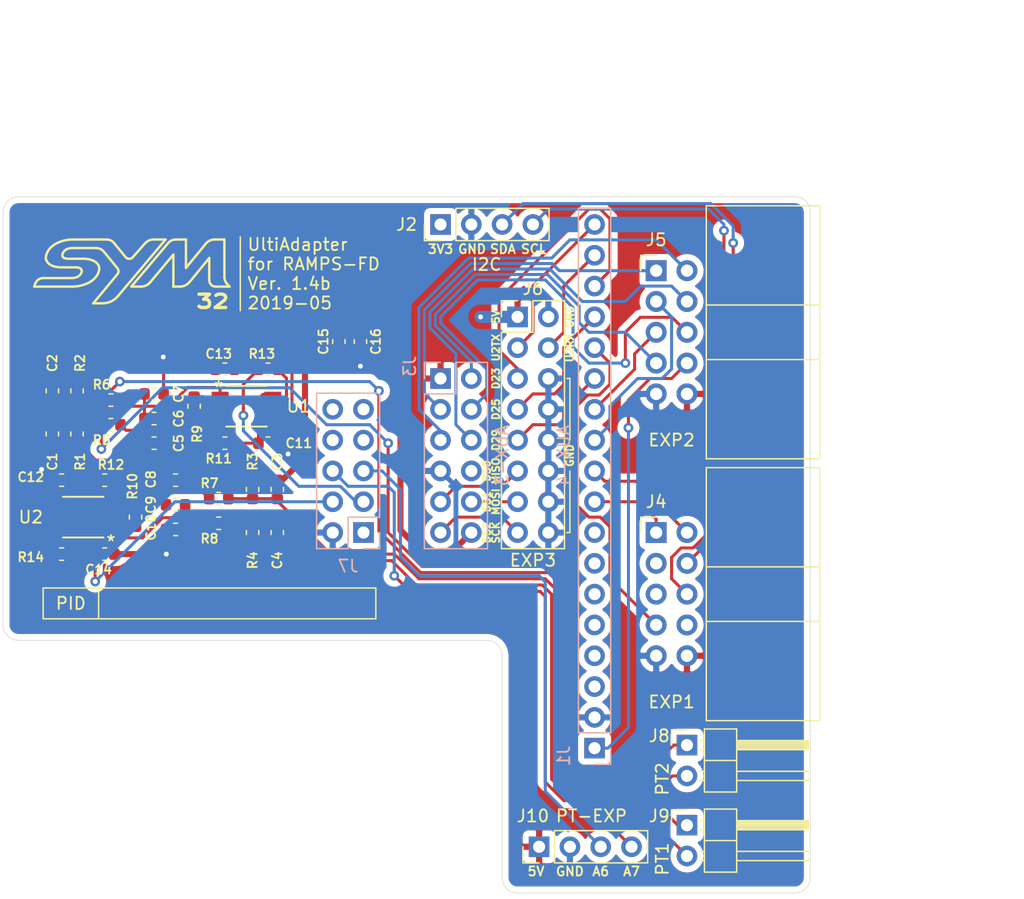
<source format=kicad_pcb>
(kicad_pcb (version 20171130) (host pcbnew "(5.1.0-0)")
  (layers (0 F.Cu signal) (31 B.Cu signal) (34 B.Paste user) (35 F.Paste user) (36 B.SilkS user) (37 F.SilkS user) (38 B.Mask user) (39 F.Mask user) (44 Edge.Cuts user))
  (net 0 "")
  (net 1 UART2_TX)
  (net 2 UART2_RX)
  (net 3 D23)
  (net 4 D25)
  (net 5 D27-LCD_RESET)
  (net 6 D29)
  (net 7 D31-BTN_EN2)
  (net 8 D33-BTN_EN1)
  (net 9 D35-BTN_ENC)
  (net 10 D37-BEEP_PIN)
  (net 11 SCL)
  (net 12 SDA)
  (net 13 GND)
  (net 14 D52-SCK)
  (net 15 D51-MOSI)
  (net 16 D50-MISO)
  (net 17 SPI_CS1)
  (net 18 SCK)
  (net 19 MOSI)
  (net 20 MISO)
  (net 21 D49-SD_DETECT)
  (net 22 +5V)
  (net 23 "Net-(C1-Pad2)")
  (net 24 "Net-(C2-Pad1)")
  (net 25 "Net-(C3-Pad2)")
  (net 26 "Net-(C4-Pad1)")
  (net 27 "Net-(C5-Pad2)")
  (net 28 "Net-(C6-Pad2)")
  (net 29 "Net-(C8-Pad2)")
  (net 30 "Net-(C10-Pad1)")
  (net 31 "Net-(C11-Pad1)")
  (net 32 "Net-(C12-Pad1)")
  (net 33 A4-RTD01)
  (net 34 A5-RTD02)
  (net 35 "Net-(R9-Pad2)")
  (net 36 "Net-(R9-Pad1)")
  (net 37 "Net-(R10-Pad2)")
  (net 38 "Net-(R10-Pad1)")
  (net 39 "Net-(R13-Pad2)")
  (net 40 "Net-(R14-Pad2)")
  (net 41 A7-RTD04)
  (net 42 A6-RTD03)
  (net 43 +3V3)
  (net 44 "Net-(J1-Pad8)")
  (net 45 "Net-(J1-Pad7)")
  (net 46 "Net-(J1-Pad6)")
  (net 47 "Net-(J1-Pad5)")
  (net 48 "Net-(J1-Pad4)")
  (net 49 "Net-(J1-Pad3)")
  (net 50 "Net-(J3-Pad8)")
  (net 51 "Net-(J4-Pad8)")
  (net 52 "Net-(J4-Pad5)")
  (net 53 "Net-(J4-Pad3)")
  (net 54 UART3_RX)
  (net 55 UART3_TX)
  (net 56 AD15)
  (net 57 AD14)
  (net 58 "Net-(J7-Pad1)")
  (module Capacitor_SMD:C_0603_1608Metric (layer F.Cu) (at 105.156 97.282 270)
    (fp_text reference C16 (at 0 -1.27 270) (layer F.SilkS) (effects (font (size 0.75 0.75))))
    (fp_text value 100nF)
    (pad 2 smd roundrect (at 0.7875 0 270) (size 0.875 0.95) (layers F.Cu F.Paste F.Mask) (net 13 GND))
    (pad 1 smd roundrect (at -0.7875 0 270) (size 0.875 0.95) (layers F.Cu F.Paste F.Mask) (net 43 +3V3))
  )
  (module Capacitor_SMD:C_0603_1608Metric (layer F.Cu) (at 103.378 97.282 270)
    (fp_text reference C15 (at 0 1.27 270) (layer F.SilkS) (effects (font (size 0.75 0.75))))
    (fp_text value 10uF)
    (pad 2 smd roundrect (at 0.7875 0 270) (size 0.875 0.95) (layers F.Cu F.Paste F.Mask) (net 13 GND))
    (pad 1 smd roundrect (at -0.7875 0 270) (size 0.875 0.95) (layers F.Cu F.Paste F.Mask) (net 43 +3V3))
  )
  (module Connector_PinHeader_2.54mm:PinHeader_1x04_P2.54mm_Vertical (layer F.Cu) (at 119.888 138.938 90)
    (fp_text reference J10 (at 2.54 -0.508 180) (layer F.SilkS))
    (fp_text value PT-EXP)
    (pad 4 thru_hole oval (at 0 7.62 90) (size 1.7 1.7) (drill 1) (layers *.Cu *.Mask) (net 41 A7-RTD04))
    (pad 3 thru_hole oval (at 0 5.08 90) (size 1.7 1.7) (drill 1) (layers *.Cu *.Mask) (net 42 A6-RTD03))
    (pad 2 thru_hole oval (at 0 2.54 90) (size 1.7 1.7) (drill 1) (layers *.Cu *.Mask) (net 13 GND))
    (pad 1 thru_hole rect (at 0 0 90) (size 1.7 1.7) (drill 1) (layers *.Cu *.Mask) (net 22 +5V))
  )
  (module Resistor_SMD:R_0603_1608Metric (layer F.Cu) (at 80.518 114.808 180)
    (fp_text reference R14 (at 2.54 -0.254 180) (layer F.SilkS) (effects (font (size 0.75 0.75))))
    (fp_text value 100R)
    (pad 2 smd roundrect (at 0.7875 0 180) (size 0.875 0.95) (layers F.Cu F.Paste F.Mask) (net 40 "Net-(R14-Pad2)"))
    (pad 1 smd roundrect (at -0.7875 0 180) (size 0.875 0.95) (layers F.Cu F.Paste F.Mask) (net 34 A5-RTD02))
  )
  (module Resistor_SMD:R_0603_1608Metric (layer F.Cu) (at 97.536 99.568)
    (fp_text reference R13 (at -0.508 -1.27) (layer F.SilkS) (effects (font (size 0.75 0.75))))
    (fp_text value 100R)
    (pad 2 smd roundrect (at 0.7875 0) (size 0.875 0.95) (layers F.Cu F.Paste F.Mask) (net 39 "Net-(R13-Pad2)"))
    (pad 1 smd roundrect (at -0.7875 0) (size 0.875 0.95) (layers F.Cu F.Paste F.Mask) (net 33 A4-RTD01))
  )
  (module Resistor_SMD:R_0603_1608Metric (layer F.Cu) (at 84.074 108.712)
    (fp_text reference R12 (at 0.508 -1.27) (layer F.SilkS) (effects (font (size 0.75 0.75))))
    (fp_text value 100R)
    (pad 2 smd roundrect (at 0.7875 0) (size 0.875 0.95) (layers F.Cu F.Paste F.Mask) (net 43 +3V3))
    (pad 1 smd roundrect (at -0.7875 0) (size 0.875 0.95) (layers F.Cu F.Paste F.Mask) (net 32 "Net-(C12-Pad1)"))
  )
  (module Resistor_SMD:R_0603_1608Metric (layer F.Cu) (at 93.98 105.664 180)
    (fp_text reference R11 (at 0.508 -1.27 180) (layer F.SilkS) (effects (font (size 0.75 0.75))))
    (fp_text value 100R)
    (pad 2 smd roundrect (at 0.7875 0 180) (size 0.875 0.95) (layers F.Cu F.Paste F.Mask) (net 43 +3V3))
    (pad 1 smd roundrect (at -0.7875 0 180) (size 0.875 0.95) (layers F.Cu F.Paste F.Mask) (net 31 "Net-(C11-Pad1)"))
  )
  (module Resistor_SMD:R_0603_1608Metric (layer F.Cu) (at 86.614 111.76 90)
    (fp_text reference R10 (at 2.54 -0.254 90) (layer F.SilkS) (effects (font (size 0.75 0.75))))
    (fp_text value 5k49)
    (pad 2 smd roundrect (at 0.7875 0 90) (size 0.875 0.95) (layers F.Cu F.Paste F.Mask) (net 37 "Net-(R10-Pad2)"))
    (pad 1 smd roundrect (at -0.7875 0 90) (size 0.875 0.95) (layers F.Cu F.Paste F.Mask) (net 38 "Net-(R10-Pad1)"))
  )
  (module Resistor_SMD:R_0603_1608Metric (layer F.Cu) (at 91.44 102.616 270)
    (fp_text reference R9 (at 2.286 -0.254 270) (layer F.SilkS) (effects (font (size 0.75 0.75))))
    (fp_text value 5k49)
    (pad 2 smd roundrect (at 0.7875 0 270) (size 0.875 0.95) (layers F.Cu F.Paste F.Mask) (net 35 "Net-(R9-Pad2)"))
    (pad 1 smd roundrect (at -0.7875 0 270) (size 0.875 0.95) (layers F.Cu F.Paste F.Mask) (net 36 "Net-(R9-Pad1)"))
  )
  (module Resistor_SMD:R_0603_1608Metric (layer F.Cu) (at 93.472 112.268)
    (fp_text reference R8 (at -0.762 1.27) (layer F.SilkS) (effects (font (size 0.75 0.75))))
    (fp_text value 10K)
    (pad 2 smd roundrect (at 0.7875 0) (size 0.875 0.95) (layers F.Cu F.Paste F.Mask) (net 26 "Net-(C4-Pad1)"))
    (pad 1 smd roundrect (at -0.7875 0) (size 0.875 0.95) (layers F.Cu F.Paste F.Mask) (net 30 "Net-(C10-Pad1)"))
  )
  (module Resistor_SMD:R_0603_1608Metric (layer F.Cu) (at 93.472 110.236)
    (fp_text reference R7 (at -0.762 -1.27) (layer F.SilkS) (effects (font (size 0.75 0.75))))
    (fp_text value 10K)
    (pad 2 smd roundrect (at 0.7875 0) (size 0.875 0.95) (layers F.Cu F.Paste F.Mask) (net 25 "Net-(C3-Pad2)"))
    (pad 1 smd roundrect (at -0.7875 0) (size 0.875 0.95) (layers F.Cu F.Paste F.Mask) (net 29 "Net-(C8-Pad2)"))
  )
  (module Resistor_SMD:R_0603_1608Metric (layer F.Cu) (at 84.582 102.108 180)
    (fp_text reference R6 (at 0.762 1.27 180) (layer F.SilkS) (effects (font (size 0.75 0.75))))
    (fp_text value 10K)
    (pad 2 smd roundrect (at 0.7875 0 180) (size 0.875 0.95) (layers F.Cu F.Paste F.Mask) (net 24 "Net-(C2-Pad1)"))
    (pad 1 smd roundrect (at -0.7875 0 180) (size 0.875 0.95) (layers F.Cu F.Paste F.Mask) (net 28 "Net-(C6-Pad2)"))
  )
  (module Resistor_SMD:R_0603_1608Metric (layer F.Cu) (at 84.582 104.14 180)
    (fp_text reference R5 (at 0.762 -1.27 180) (layer F.SilkS) (effects (font (size 0.75 0.75))))
    (fp_text value 10K)
    (pad 2 smd roundrect (at 0.7875 0 180) (size 0.875 0.95) (layers F.Cu F.Paste F.Mask) (net 23 "Net-(C1-Pad2)"))
    (pad 1 smd roundrect (at -0.7875 0 180) (size 0.875 0.95) (layers F.Cu F.Paste F.Mask) (net 27 "Net-(C5-Pad2)"))
  )
  (module Resistor_SMD:R_0603_1608Metric (layer F.Cu) (at 96.266 113.03 90)
    (fp_text reference R4 (at -2.286 0 90) (layer F.SilkS) (effects (font (size 0.75 0.75))))
    (fp_text value 2K2)
    (pad 2 smd roundrect (at 0.7875 0 90) (size 0.875 0.95) (layers F.Cu F.Paste F.Mask) (net 26 "Net-(C4-Pad1)"))
    (pad 1 smd roundrect (at -0.7875 0 90) (size 0.875 0.95) (layers F.Cu F.Paste F.Mask) (net 13 GND))
  )
  (module Resistor_SMD:R_0603_1608Metric (layer F.Cu) (at 96.266 109.474 90)
    (fp_text reference R3 (at 2.286 0 90) (layer F.SilkS) (effects (font (size 0.75 0.75))))
    (fp_text value 2K2)
    (pad 2 smd roundrect (at 0.7875 0 90) (size 0.875 0.95) (layers F.Cu F.Paste F.Mask) (net 43 +3V3))
    (pad 1 smd roundrect (at -0.7875 0 90) (size 0.875 0.95) (layers F.Cu F.Paste F.Mask) (net 25 "Net-(C3-Pad2)"))
  )
  (module Resistor_SMD:R_0603_1608Metric (layer F.Cu) (at 81.788 101.346 270)
    (fp_text reference R2 (at -2.286 -0.254 270) (layer F.SilkS) (effects (font (size 0.75 0.75))))
    (fp_text value 2K2)
    (pad 2 smd roundrect (at 0.7875 0 270) (size 0.875 0.95) (layers F.Cu F.Paste F.Mask) (net 24 "Net-(C2-Pad1)"))
    (pad 1 smd roundrect (at -0.7875 0 270) (size 0.875 0.95) (layers F.Cu F.Paste F.Mask) (net 13 GND))
  )
  (module Resistor_SMD:R_0603_1608Metric (layer F.Cu) (at 81.788 104.902 270)
    (fp_text reference R1 (at 2.286 -0.254 270) (layer F.SilkS) (effects (font (size 0.75 0.75))))
    (fp_text value 2K2)
    (pad 2 smd roundrect (at 0.7875 0 270) (size 0.875 0.95) (layers F.Cu F.Paste F.Mask) (net 43 +3V3))
    (pad 1 smd roundrect (at -0.7875 0 270) (size 0.875 0.95) (layers F.Cu F.Paste F.Mask) (net 23 "Net-(C1-Pad2)"))
  )
  (module Capacitor_SMD:C_0603_1608Metric (layer F.Cu) (at 84.074 114.808)
    (fp_text reference C14 (at -0.508 1.27) (layer F.SilkS) (effects (font (size 0.75 0.75))))
    (fp_text value 10nF)
    (pad 2 smd roundrect (at 0.7875 0) (size 0.875 0.95) (layers F.Cu F.Paste F.Mask) (net 13 GND))
    (pad 1 smd roundrect (at -0.7875 0) (size 0.875 0.95) (layers F.Cu F.Paste F.Mask) (net 34 A5-RTD02))
  )
  (module Capacitor_SMD:C_0603_1608Metric (layer F.Cu) (at 93.98 99.568 180)
    (fp_text reference C13 (at 0.508 1.27 180) (layer F.SilkS) (effects (font (size 0.75 0.75))))
    (fp_text value 10nF)
    (pad 2 smd roundrect (at 0.7875 0 180) (size 0.875 0.95) (layers F.Cu F.Paste F.Mask) (net 13 GND))
    (pad 1 smd roundrect (at -0.7875 0 180) (size 0.875 0.95) (layers F.Cu F.Paste F.Mask) (net 33 A4-RTD01))
  )
  (module Capacitor_SMD:C_0603_1608Metric (layer F.Cu) (at 80.518 108.712 180)
    (fp_text reference C12 (at 2.54 0.254 180) (layer F.SilkS) (effects (font (size 0.75 0.75))))
    (fp_text value 100nF)
    (pad 2 smd roundrect (at 0.7875 0 180) (size 0.875 0.95) (layers F.Cu F.Paste F.Mask) (net 13 GND))
    (pad 1 smd roundrect (at -0.7875 0 180) (size 0.875 0.95) (layers F.Cu F.Paste F.Mask) (net 32 "Net-(C12-Pad1)"))
  )
  (module Capacitor_SMD:C_0603_1608Metric (layer F.Cu) (at 97.536 105.664)
    (fp_text reference C11 (at 2.54 0) (layer F.SilkS) (effects (font (size 0.75 0.75))))
    (fp_text value 100nF)
    (pad 2 smd roundrect (at 0.7875 0) (size 0.875 0.95) (layers F.Cu F.Paste F.Mask) (net 13 GND))
    (pad 1 smd roundrect (at -0.7875 0) (size 0.875 0.95) (layers F.Cu F.Paste F.Mask) (net 31 "Net-(C11-Pad1)"))
  )
  (module Capacitor_SMD:C_0603_1608Metric (layer F.Cu) (at 89.916 112.776 180)
    (fp_text reference C10 (at 2.032 -1.016 270) (layer F.SilkS) (effects (font (size 0.75 0.75)) (justify left)))
    (fp_text value 100nF)
    (pad 2 smd roundrect (at 0.7875 0 180) (size 0.875 0.95) (layers F.Cu F.Paste F.Mask) (net 13 GND))
    (pad 1 smd roundrect (at -0.7875 0 180) (size 0.875 0.95) (layers F.Cu F.Paste F.Mask) (net 30 "Net-(C10-Pad1)"))
  )
  (module Capacitor_SMD:C_0603_1608Metric (layer F.Cu) (at 89.916 110.744)
    (fp_text reference C9 (at -2.032 0 90) (layer F.SilkS) (effects (font (size 0.75 0.75))))
    (fp_text value 1uF)
    (pad 2 smd roundrect (at 0.7875 0) (size 0.875 0.95) (layers F.Cu F.Paste F.Mask) (net 30 "Net-(C10-Pad1)"))
    (pad 1 smd roundrect (at -0.7875 0) (size 0.875 0.95) (layers F.Cu F.Paste F.Mask) (net 29 "Net-(C8-Pad2)"))
  )
  (module Capacitor_SMD:C_0603_1608Metric (layer F.Cu) (at 89.916 108.712 180)
    (fp_text reference C8 (at 2.032 -0.762 270) (layer F.SilkS) (effects (font (size 0.75 0.75)) (justify left)))
    (fp_text value 100nF)
    (pad 2 smd roundrect (at 0.7875 0 180) (size 0.875 0.95) (layers F.Cu F.Paste F.Mask) (net 29 "Net-(C8-Pad2)"))
    (pad 1 smd roundrect (at -0.7875 0 180) (size 0.875 0.95) (layers F.Cu F.Paste F.Mask) (net 43 +3V3))
  )
  (module Capacitor_SMD:C_0603_1608Metric (layer F.Cu) (at 88.138 101.6)
    (fp_text reference C7 (at 2.032 0 90) (layer F.SilkS) (effects (font (size 0.75 0.75))))
    (fp_text value 100nF)
    (pad 2 smd roundrect (at 0.7875 0) (size 0.875 0.95) (layers F.Cu F.Paste F.Mask) (net 13 GND))
    (pad 1 smd roundrect (at -0.7875 0) (size 0.875 0.95) (layers F.Cu F.Paste F.Mask) (net 28 "Net-(C6-Pad2)"))
  )
  (module Capacitor_SMD:C_0603_1608Metric (layer F.Cu) (at 88.138 103.632 180)
    (fp_text reference C6 (at -2.032 0 270) (layer F.SilkS) (effects (font (size 0.75 0.75))))
    (fp_text value 1uF)
    (pad 2 smd roundrect (at 0.7875 0 180) (size 0.875 0.95) (layers F.Cu F.Paste F.Mask) (net 28 "Net-(C6-Pad2)"))
    (pad 1 smd roundrect (at -0.7875 0 180) (size 0.875 0.95) (layers F.Cu F.Paste F.Mask) (net 27 "Net-(C5-Pad2)"))
  )
  (module Capacitor_SMD:C_0603_1608Metric (layer F.Cu) (at 88.138 105.664)
    (fp_text reference C5 (at 2.032 0 90) (layer F.SilkS) (effects (font (size 0.75 0.75))))
    (fp_text value 100nF)
    (pad 2 smd roundrect (at 0.7875 0) (size 0.875 0.95) (layers F.Cu F.Paste F.Mask) (net 27 "Net-(C5-Pad2)"))
    (pad 1 smd roundrect (at -0.7875 0) (size 0.875 0.95) (layers F.Cu F.Paste F.Mask) (net 43 +3V3))
  )
  (module Capacitor_SMD:C_0603_1608Metric (layer F.Cu) (at 98.298 113.03 270)
    (fp_text reference C4 (at 2.286 0 270) (layer F.SilkS) (effects (font (size 0.75 0.75))))
    (fp_text value 100nF)
    (pad 2 smd roundrect (at 0.7875 0 270) (size 0.875 0.95) (layers F.Cu F.Paste F.Mask) (net 13 GND))
    (pad 1 smd roundrect (at -0.7875 0 270) (size 0.875 0.95) (layers F.Cu F.Paste F.Mask) (net 26 "Net-(C4-Pad1)"))
  )
  (module Capacitor_SMD:C_0603_1608Metric (layer F.Cu) (at 98.298 109.474 270)
    (fp_text reference C3 (at -2.286 0 270) (layer F.SilkS) (effects (font (size 0.75 0.75))))
    (fp_text value 100nF)
    (pad 2 smd roundrect (at 0.7875 0 270) (size 0.875 0.95) (layers F.Cu F.Paste F.Mask) (net 25 "Net-(C3-Pad2)"))
    (pad 1 smd roundrect (at -0.7875 0 270) (size 0.875 0.95) (layers F.Cu F.Paste F.Mask) (net 43 +3V3))
  )
  (module Capacitor_SMD:C_0603_1608Metric (layer F.Cu) (at 79.756 101.346 90)
    (fp_text reference C2 (at 2.286 0 90) (layer F.SilkS) (effects (font (size 0.75 0.75))))
    (fp_text value 100nF)
    (pad 2 smd roundrect (at 0.7875 0 90) (size 0.875 0.95) (layers F.Cu F.Paste F.Mask) (net 13 GND))
    (pad 1 smd roundrect (at -0.7875 0 90) (size 0.875 0.95) (layers F.Cu F.Paste F.Mask) (net 24 "Net-(C2-Pad1)"))
  )
  (module Capacitor_SMD:C_0603_1608Metric (layer F.Cu) (at 79.756 104.902 90)
    (fp_text reference C1 (at -2.286 0 90) (layer F.SilkS) (effects (font (size 0.75 0.75))))
    (fp_text value 100nF)
    (pad 2 smd roundrect (at 0.7875 0 90) (size 0.875 0.95) (layers F.Cu F.Paste F.Mask) (net 23 "Net-(C1-Pad2)"))
    (pad 1 smd roundrect (at -0.7875 0 90) (size 0.875 0.95) (layers F.Cu F.Paste F.Mask) (net 43 +3V3))
  )
  (module footprints:DGK8 (layer F.Cu) (at 82.296 111.76 180)
    (fp_text reference U2 (at 4.318 0 180) (layer F.SilkS))
    (fp_text value INA826AIDGKR hide)
    (fp_text user * (at -2.286 -2.032 180) (layer F.SilkS))
    (pad 8 smd rect (at 2.1717 -0.974999 180) (size 1.411199 0.441) (layers F.Cu F.Paste F.Mask) (net 32 "Net-(C12-Pad1)"))
    (pad 7 smd rect (at 2.1717 -0.325001 180) (size 1.411199 0.441) (layers F.Cu F.Paste F.Mask) (net 40 "Net-(R14-Pad2)"))
    (pad 6 smd rect (at 2.1717 0.325001 180) (size 1.411199 0.441) (layers F.Cu F.Paste F.Mask) (net 13 GND))
    (pad 5 smd rect (at 2.1717 0.974999 180) (size 1.411199 0.441) (layers F.Cu F.Paste F.Mask) (net 13 GND))
    (pad 4 smd rect (at -2.1717 0.974999 180) (size 1.411199 0.441) (layers F.Cu F.Paste F.Mask) (net 29 "Net-(C8-Pad2)"))
    (pad 3 smd rect (at -2.1717 0.325001 180) (size 1.411199 0.441) (layers F.Cu F.Paste F.Mask) (net 37 "Net-(R10-Pad2)"))
    (pad 2 smd rect (at -2.1717 -0.325001 180) (size 1.411199 0.441) (layers F.Cu F.Paste F.Mask) (net 38 "Net-(R10-Pad1)"))
    (pad 1 smd rect (at -2.1717 -0.974999 180) (size 1.411199 0.441) (layers F.Cu F.Paste F.Mask) (net 30 "Net-(C10-Pad1)"))
  )
  (module footprints:DGK8 (layer F.Cu) (at 95.758 102.616)
    (fp_text reference U1 (at 4.318 0) (layer F.SilkS))
    (fp_text value INA826AIDGKR hide)
    (fp_text user * (at -2.286 -1.524) (layer F.SilkS))
    (pad 8 smd rect (at 2.1717 -0.974999) (size 1.411199 0.441) (layers F.Cu F.Paste F.Mask) (net 31 "Net-(C11-Pad1)"))
    (pad 7 smd rect (at 2.1717 -0.325001) (size 1.411199 0.441) (layers F.Cu F.Paste F.Mask) (net 39 "Net-(R13-Pad2)"))
    (pad 6 smd rect (at 2.1717 0.325001) (size 1.411199 0.441) (layers F.Cu F.Paste F.Mask) (net 13 GND))
    (pad 5 smd rect (at 2.1717 0.974999) (size 1.411199 0.441) (layers F.Cu F.Paste F.Mask) (net 13 GND))
    (pad 4 smd rect (at -2.1717 0.974999) (size 1.411199 0.441) (layers F.Cu F.Paste F.Mask) (net 27 "Net-(C5-Pad2)"))
    (pad 3 smd rect (at -2.1717 0.325001) (size 1.411199 0.441) (layers F.Cu F.Paste F.Mask) (net 35 "Net-(R9-Pad2)"))
    (pad 2 smd rect (at -2.1717 -0.325001) (size 1.411199 0.441) (layers F.Cu F.Paste F.Mask) (net 36 "Net-(R9-Pad1)"))
    (pad 1 smd rect (at -2.1717 -0.974999) (size 1.411199 0.441) (layers F.Cu F.Paste F.Mask) (net 28 "Net-(C6-Pad2)"))
  )
  (module Connector_PinHeader_2.54mm:PinHeader_1x02_P2.54mm_Horizontal (layer F.Cu) (at 132.08 137.16)
    (fp_text reference J9 (at -2.286 -0.762) (layer F.SilkS))
    (fp_text value RTD02)
    (pad 2 thru_hole oval (at 0 2.54) (size 1.7 1.7) (drill 1) (layers *.Cu *.Mask) (net 26 "Net-(C4-Pad1)"))
    (pad 1 thru_hole rect (at 0 0) (size 1.7 1.7) (drill 1) (layers *.Cu *.Mask) (net 25 "Net-(C3-Pad2)"))
  )
  (module Connector_PinHeader_2.54mm:PinHeader_1x02_P2.54mm_Horizontal (layer F.Cu) (at 132.08 130.556)
    (fp_text reference J8 (at -2.286 -0.762) (layer F.SilkS))
    (fp_text value RTD01)
    (pad 2 thru_hole oval (at 0 2.54) (size 1.7 1.7) (drill 1) (layers *.Cu *.Mask) (net 24 "Net-(C2-Pad1)"))
    (pad 1 thru_hole rect (at 0 0) (size 1.7 1.7) (drill 1) (layers *.Cu *.Mask) (net 23 "Net-(C1-Pad2)"))
  )
  (module Connector_PinSocket_2.54mm:PinSocket_2x05_P2.54mm_Vertical (layer B.Cu) (at 105.41 113.03)
    (fp_text reference J7 (at -1.27 2.77) (layer B.SilkS) (effects (justify mirror)))
    (fp_text value AUX-2)
    (pad 10 thru_hole oval (at -2.54 -10.16) (size 1.7 1.7) (drill 1) (layers *.Cu *.Mask) (net 54 UART3_RX))
    (pad 9 thru_hole oval (at 0 -10.16) (size 1.7 1.7) (drill 1) (layers *.Cu *.Mask) (net 55 UART3_TX))
    (pad 8 thru_hole oval (at -2.54 -7.62) (size 1.7 1.7) (drill 1) (layers *.Cu *.Mask) (net 56 AD15))
    (pad 7 thru_hole oval (at 0 -7.62) (size 1.7 1.7) (drill 1) (layers *.Cu *.Mask) (net 57 AD14))
    (pad 6 thru_hole oval (at -2.54 -5.08) (size 1.7 1.7) (drill 1) (layers *.Cu *.Mask) (net 41 A7-RTD04))
    (pad 5 thru_hole oval (at 0 -5.08) (size 1.7 1.7) (drill 1) (layers *.Cu *.Mask) (net 42 A6-RTD03))
    (pad 4 thru_hole oval (at -2.54 -2.54) (size 1.7 1.7) (drill 1) (layers *.Cu *.Mask) (net 34 A5-RTD02))
    (pad 3 thru_hole oval (at 0 -2.54) (size 1.7 1.7) (drill 1) (layers *.Cu *.Mask) (net 33 A4-RTD01))
    (pad 2 thru_hole oval (at -2.54 0) (size 1.7 1.7) (drill 1) (layers *.Cu *.Mask) (net 13 GND))
    (pad 1 thru_hole rect (at 0 0) (size 1.7 1.7) (drill 1) (layers *.Cu *.Mask) (net 58 "Net-(J7-Pad1)"))
  )
  (module Connector_PinSocket_2.54mm:PinSocket_1x18_P2.54mm_Vertical (layer B.Cu) (at 124.46 130.81)
    (fp_text reference J1 (at -2.54 0.635 90) (layer B.SilkS) (effects (justify mirror)))
    (fp_text value AUX-4)
    (pad 18 thru_hole oval (at 0 -43.18) (size 1.7 1.7) (drill 1) (layers *.Cu *.Mask) (net 1 UART2_TX))
    (pad 17 thru_hole oval (at 0 -40.64) (size 1.7 1.7) (drill 1) (layers *.Cu *.Mask) (net 2 UART2_RX))
    (pad 16 thru_hole oval (at 0 -38.1) (size 1.7 1.7) (drill 1) (layers *.Cu *.Mask) (net 3 D23))
    (pad 15 thru_hole oval (at 0 -35.56) (size 1.7 1.7) (drill 1) (layers *.Cu *.Mask) (net 4 D25))
    (pad 14 thru_hole oval (at 0 -33.02) (size 1.7 1.7) (drill 1) (layers *.Cu *.Mask) (net 5 D27-LCD_RESET))
    (pad 13 thru_hole oval (at 0 -30.48) (size 1.7 1.7) (drill 1) (layers *.Cu *.Mask) (net 6 D29))
    (pad 12 thru_hole oval (at 0 -27.94) (size 1.7 1.7) (drill 1) (layers *.Cu *.Mask) (net 7 D31-BTN_EN2))
    (pad 11 thru_hole oval (at 0 -25.4) (size 1.7 1.7) (drill 1) (layers *.Cu *.Mask) (net 8 D33-BTN_EN1))
    (pad 10 thru_hole oval (at 0 -22.86) (size 1.7 1.7) (drill 1) (layers *.Cu *.Mask) (net 9 D35-BTN_ENC))
    (pad 9 thru_hole oval (at 0 -20.32) (size 1.7 1.7) (drill 1) (layers *.Cu *.Mask) (net 10 D37-BEEP_PIN))
    (pad 8 thru_hole oval (at 0 -17.78) (size 1.7 1.7) (drill 1) (layers *.Cu *.Mask) (net 44 "Net-(J1-Pad8)"))
    (pad 7 thru_hole oval (at 0 -15.24) (size 1.7 1.7) (drill 1) (layers *.Cu *.Mask) (net 45 "Net-(J1-Pad7)"))
    (pad 6 thru_hole oval (at 0 -12.7) (size 1.7 1.7) (drill 1) (layers *.Cu *.Mask) (net 46 "Net-(J1-Pad6)"))
    (pad 5 thru_hole oval (at 0 -10.16) (size 1.7 1.7) (drill 1) (layers *.Cu *.Mask) (net 47 "Net-(J1-Pad5)"))
    (pad 4 thru_hole oval (at 0 -7.62) (size 1.7 1.7) (drill 1) (layers *.Cu *.Mask) (net 48 "Net-(J1-Pad4)"))
    (pad 3 thru_hole oval (at 0 -5.08) (size 1.7 1.7) (drill 1) (layers *.Cu *.Mask) (net 49 "Net-(J1-Pad3)"))
    (pad 2 thru_hole oval (at 0 -2.54) (size 1.7 1.7) (drill 1) (layers *.Cu *.Mask) (net 13 GND))
    (pad 1 thru_hole rect (at 0 0) (size 1.7 1.7) (drill 1) (layers *.Cu *.Mask) (net 43 +3V3))
  )
  (module Connector_PinHeader_2.54mm:PinHeader_2x08_P2.54mm_Vertical (layer F.Cu) (at 118.11 95.25)
    (fp_text reference J6 (at 1.27 -2.33) (layer F.SilkS))
    (fp_text value EXP3)
    (pad 16 thru_hole oval (at 2.54 17.78) (size 1.7 1.7) (drill 1) (layers *.Cu *.Mask) (net 13 GND))
    (pad 15 thru_hole oval (at 0 17.78) (size 1.7 1.7) (drill 1) (layers *.Cu *.Mask) (net 14 D52-SCK))
    (pad 14 thru_hole oval (at 2.54 15.24) (size 1.7 1.7) (drill 1) (layers *.Cu *.Mask) (net 13 GND))
    (pad 13 thru_hole oval (at 0 15.24) (size 1.7 1.7) (drill 1) (layers *.Cu *.Mask) (net 15 D51-MOSI))
    (pad 12 thru_hole oval (at 2.54 12.7) (size 1.7 1.7) (drill 1) (layers *.Cu *.Mask) (net 13 GND))
    (pad 11 thru_hole oval (at 0 12.7) (size 1.7 1.7) (drill 1) (layers *.Cu *.Mask) (net 16 D50-MISO))
    (pad 10 thru_hole oval (at 2.54 10.16) (size 1.7 1.7) (drill 1) (layers *.Cu *.Mask) (net 13 GND))
    (pad 9 thru_hole oval (at 0 10.16) (size 1.7 1.7) (drill 1) (layers *.Cu *.Mask) (net 6 D29))
    (pad 8 thru_hole oval (at 2.54 7.62) (size 1.7 1.7) (drill 1) (layers *.Cu *.Mask) (net 13 GND))
    (pad 7 thru_hole oval (at 0 7.62) (size 1.7 1.7) (drill 1) (layers *.Cu *.Mask) (net 4 D25))
    (pad 6 thru_hole oval (at 2.54 5.08) (size 1.7 1.7) (drill 1) (layers *.Cu *.Mask) (net 13 GND))
    (pad 5 thru_hole oval (at 0 5.08) (size 1.7 1.7) (drill 1) (layers *.Cu *.Mask) (net 3 D23))
    (pad 4 thru_hole oval (at 2.54 2.54) (size 1.7 1.7) (drill 1) (layers *.Cu *.Mask) (net 2 UART2_RX))
    (pad 3 thru_hole oval (at 0 2.54) (size 1.7 1.7) (drill 1) (layers *.Cu *.Mask) (net 1 UART2_TX))
    (pad 2 thru_hole oval (at 2.54 0) (size 1.7 1.7) (drill 1) (layers *.Cu *.Mask) (net 13 GND))
    (pad 1 thru_hole rect (at 0 0) (size 1.7 1.7) (drill 1) (layers *.Cu *.Mask) (net 22 +5V))
  )
  (module Connector_PinSocket_2.54mm:PinSocket_2x06_P2.54mm_Vertical (layer B.Cu) (at 111.76 100.33 180)
    (fp_text reference J3 (at 2.54 1.016 270) (layer B.SilkS) (effects (justify mirror)))
    (fp_text value AUX-3)
    (pad 1 thru_hole rect (at 0 0 180) (size 1.7 1.7) (drill 1) (layers *.Cu *.Mask) (net 22 +5V))
    (pad 2 thru_hole oval (at -2.54 0 180) (size 1.7 1.7) (drill 1) (layers *.Cu *.Mask) (net 21 D49-SD_DETECT))
    (pad 3 thru_hole oval (at 0 -2.54 180) (size 1.7 1.7) (drill 1) (layers *.Cu *.Mask) (net 20 MISO))
    (pad 4 thru_hole oval (at -2.54 -2.54 180) (size 1.7 1.7) (drill 1) (layers *.Cu *.Mask) (net 19 MOSI))
    (pad 5 thru_hole oval (at 0 -5.08 180) (size 1.7 1.7) (drill 1) (layers *.Cu *.Mask) (net 18 SCK))
    (pad 6 thru_hole oval (at -2.54 -5.08 180) (size 1.7 1.7) (drill 1) (layers *.Cu *.Mask) (net 17 SPI_CS1))
    (pad 7 thru_hole oval (at 0 -7.62 180) (size 1.7 1.7) (drill 1) (layers *.Cu *.Mask) (net 13 GND))
    (pad 8 thru_hole oval (at -2.54 -7.62 180) (size 1.7 1.7) (drill 1) (layers *.Cu *.Mask) (net 50 "Net-(J3-Pad8)"))
    (pad 9 thru_hole oval (at 0 -10.16 180) (size 1.7 1.7) (drill 1) (layers *.Cu *.Mask) (net 16 D50-MISO))
    (pad 10 thru_hole oval (at -2.54 -10.16 180) (size 1.7 1.7) (drill 1) (layers *.Cu *.Mask) (net 15 D51-MOSI))
    (pad 11 thru_hole oval (at 0 -12.7 180) (size 1.7 1.7) (drill 1) (layers *.Cu *.Mask) (net 14 D52-SCK))
    (pad 12 thru_hole oval (at -2.54 -12.7 180) (size 1.7 1.7) (drill 1) (layers *.Cu *.Mask) (net 43 +3V3))
  )
  (module Connector_PinHeader_2.54mm:PinHeader_1x04_P2.54mm_Vertical (layer F.Cu) (at 111.76 87.63 90)
    (fp_text reference J2 (at 0 -2.794 180) (layer F.SilkS))
    (fp_text value I2C)
    (pad 4 thru_hole oval (at 0 7.62 90) (size 1.7 1.7) (drill 1) (layers *.Cu *.Mask) (net 11 SCL))
    (pad 3 thru_hole oval (at 0 5.08 90) (size 1.7 1.7) (drill 1) (layers *.Cu *.Mask) (net 12 SDA))
    (pad 2 thru_hole oval (at 0 2.54 90) (size 1.7 1.7) (drill 1) (layers *.Cu *.Mask) (net 13 GND))
    (pad 1 thru_hole rect (at 0 0 90) (size 1.7 1.7) (drill 1) (layers *.Cu *.Mask) (net 43 +3V3))
  )
  (module Connector_IDC:IDC-Header_2x05_P2.54mm_Horizontal (layer F.Cu) (at 129.54 91.44)
    (fp_text reference J5 (at 0 -2.54) (layer F.SilkS))
    (fp_text value EXP2)
    (pad 10 thru_hole oval (at 2.54 10.16) (size 1.7272 1.7272) (drill 1.016) (layers *.Cu *.Mask) (net 22 +5V))
    (pad 9 thru_hole oval (at 0 10.16) (size 1.7272 1.7272) (drill 1.016) (layers *.Cu *.Mask) (net 13 GND))
    (pad 8 thru_hole oval (at 2.54 7.62) (size 1.7272 1.7272) (drill 1.016) (layers *.Cu *.Mask) (net 43 +3V3))
    (pad 7 thru_hole oval (at 0 7.62) (size 1.7272 1.7272) (drill 1.016) (layers *.Cu *.Mask) (net 21 D49-SD_DETECT))
    (pad 6 thru_hole oval (at 2.54 5.08) (size 1.7272 1.7272) (drill 1.016) (layers *.Cu *.Mask) (net 19 MOSI))
    (pad 5 thru_hole oval (at 0 5.08) (size 1.7272 1.7272) (drill 1.016) (layers *.Cu *.Mask) (net 7 D31-BTN_EN2))
    (pad 4 thru_hole oval (at 2.54 2.54) (size 1.7272 1.7272) (drill 1.016) (layers *.Cu *.Mask) (net 17 SPI_CS1))
    (pad 3 thru_hole oval (at 0 2.54) (size 1.7272 1.7272) (drill 1.016) (layers *.Cu *.Mask) (net 8 D33-BTN_EN1))
    (pad 2 thru_hole oval (at 2.54 0) (size 1.7272 1.7272) (drill 1.016) (layers *.Cu *.Mask) (net 18 SCK))
    (pad 1 thru_hole rect (at 0 0) (size 1.7272 1.7272) (drill 1.016) (layers *.Cu *.Mask) (net 20 MISO))
  )
  (module Connector_IDC:IDC-Header_2x05_P2.54mm_Horizontal (layer F.Cu) (at 129.54 113.03)
    (fp_text reference J4 (at 0 -2.54) (layer F.SilkS))
    (fp_text value EXP1)
    (pad 10 thru_hole oval (at 2.54 10.16) (size 1.7272 1.7272) (drill 1.016) (layers *.Cu *.Mask) (net 22 +5V))
    (pad 9 thru_hole oval (at 0 10.16) (size 1.7272 1.7272) (drill 1.016) (layers *.Cu *.Mask) (net 13 GND))
    (pad 8 thru_hole oval (at 2.54 7.62) (size 1.7272 1.7272) (drill 1.016) (layers *.Cu *.Mask) (net 51 "Net-(J4-Pad8)"))
    (pad 7 thru_hole oval (at 0 7.62) (size 1.7272 1.7272) (drill 1.016) (layers *.Cu *.Mask) (net 5 D27-LCD_RESET))
    (pad 6 thru_hole oval (at 2.54 5.08) (size 1.7272 1.7272) (drill 1.016) (layers *.Cu *.Mask) (net 11 SCL))
    (pad 5 thru_hole oval (at 0 5.08) (size 1.7272 1.7272) (drill 1.016) (layers *.Cu *.Mask) (net 52 "Net-(J4-Pad5)"))
    (pad 4 thru_hole oval (at 2.54 2.54) (size 1.7272 1.7272) (drill 1.016) (layers *.Cu *.Mask) (net 12 SDA))
    (pad 3 thru_hole oval (at 0 2.54) (size 1.7272 1.7272) (drill 1.016) (layers *.Cu *.Mask) (net 53 "Net-(J4-Pad3)"))
    (pad 2 thru_hole oval (at 2.54 0) (size 1.7272 1.7272) (drill 1.016) (layers *.Cu *.Mask) (net 9 D35-BTN_ENC))
    (pad 1 thru_hole rect (at 0 0) (size 1.7272 1.7272) (drill 1.016) (layers *.Cu *.Mask) (net 10 D37-BEEP_PIN))
  )
  (gr_line (start 122.428 113.03) (end 122.174 113.03) (layer F.SilkS) (width 0.12))
  (gr_line (start 122.428 107.95) (end 122.428 113.03) (layer F.SilkS) (width 0.12))
  (gr_line (start 122.428 100.33) (end 122.174 100.33) (layer F.SilkS) (width 0.12))
  (gr_line (start 122.428 105.41) (end 122.428 100.33) (layer F.SilkS) (width 0.12))
  (gr_text GND (at 122.428 106.68 90) (layer F.SilkS) (effects (font (size 0.6 0.6))))
  (gr_text SCK (at 116.332 113.03 90) (layer F.SilkS) (effects (font (size 0.6 0.6))))
  (gr_text D52 (at 115.57 113.03 90) (layer F.SilkS) (effects (font (size 0.6 0.6))))
  (gr_text MOSI (at 116.332 110.49 90) (layer F.SilkS) (effects (font (size 0.6 0.6))))
  (gr_text D51 (at 115.57 110.49 90) (layer F.SilkS) (effects (font (size 0.6 0.6))))
  (gr_text D50 (at 115.57 107.95 90) (layer F.SilkS) (effects (font (size 0.6 0.6))))
  (gr_text U2RX (at 122.428 97.79 90) (layer F.SilkS) (effects (font (size 0.6 0.6))))
  (gr_text MISO (at 116.332 107.95 90) (layer F.SilkS) (effects (font (size 0.6 0.6))))
  (gr_text D29 (at 116.332 105.41 90) (layer F.SilkS) (effects (font (size 0.6 0.6))))
  (gr_text D25 (at 116.332 102.87 90) (layer F.SilkS) (effects (font (size 0.6 0.6))))
  (gr_text D23 (at 116.332 100.33 90) (layer F.SilkS) (effects (font (size 0.6 0.6))))
  (gr_text U2TX (at 116.332 97.79 90) (layer F.SilkS) (effects (font (size 0.6 0.6))))
  (gr_text GND (at 122.428 95.25 90) (layer F.SilkS) (effects (font (size 0.6 0.6))))
  (gr_text 5V (at 116.332 95.25 90) (layer F.SilkS) (effects (font (size 0.6 0.6))))
  (gr_text SCL (at 119.44 89.662) (layer F.SilkS) (effects (font (size 0.75 0.75))))
  (gr_text SDA (at 116.9 89.662) (layer F.SilkS) (effects (font (size 0.75 0.75))))
  (gr_text GND (at 114.36 89.662) (layer F.SilkS) (effects (font (size 0.75 0.75))))
  (gr_text 3V3 (at 111.76 89.662) (layer F.SilkS) (effects (font (size 0.75 0.75))))
  (gr_line (start 83.566 120.142) (end 83.566 117.602) (layer F.SilkS) (width 0.12))
  (gr_text PID (at 81.28 118.872) (layer F.SilkS) (effects (font (size 1 1))))
  (gr_line (start 78.994 120.142) (end 78.994 117.602) (layer F.SilkS) (width 0.12))
  (gr_line (start 106.426 120.142) (end 78.994 120.142) (layer F.SilkS) (width 0.12))
  (gr_line (start 106.426 117.602) (end 106.426 120.142) (layer F.SilkS) (width 0.12))
  (gr_line (start 78.994 117.602) (end 106.426 117.602) (layer F.SilkS) (width 0.12))
  (gr_text A7 (at 127.508 140.97) (layer F.SilkS) (effects (font (size 0.75 0.75))))
  (gr_text A6 (at 124.968 140.97) (layer F.SilkS) (effects (font (size 0.75 0.75))))
  (gr_text GND (at 122.428 140.97) (layer F.SilkS) (effects (font (size 0.75 0.75))))
  (gr_text 5V (at 119.634 140.97) (layer F.SilkS) (effects (font (size 0.75 0.75))))
  (gr_text PT-EXP (at 124.206 136.398) (layer F.SilkS) (effects (font (size 1 1))))
  (gr_text PT2 (at 130.048 133.35 90) (layer F.SilkS) (effects (font (size 1 1))))
  (gr_text PT1 (at 130.048 139.954 90) (layer F.SilkS) (effects (font (size 1 1))))
  (gr_curve (pts (xy 93.219254 92.751909) (xy 93.219254 92.751909) (xy 94.364624 92.751909) (xy 94.364624 92.751909)) (layer F.SilkS) (width 0.2))
  (gr_curve (pts (xy 92.689982 92.222637) (xy 92.689982 92.514945) (xy 92.926944 92.751909) (xy 93.219254 92.751909)) (layer F.SilkS) (width 0.2))
  (gr_curve (pts (xy 92.689982 90.39389) (xy 92.689982 90.39389) (xy 92.689982 92.222637) (xy 92.689982 92.222637)) (layer F.SilkS) (width 0.2))
  (gr_curve (pts (xy 85.799129 90.324206) (xy 85.799129 90.324206) (xy 84.836 89.154) (xy 84.836 89.154)) (layer F.SilkS) (width 0.2))
  (gr_curve (pts (xy 91.068118 92.373741) (xy 91.068118 92.373741) (xy 92.689982 90.39389) (xy 92.689982 90.39389)) (layer F.SilkS) (width 0.2))
  (gr_curve (pts (xy 90.268201 92.752509) (xy 90.578129 92.752509) (xy 90.871716 92.613492) (xy 91.068118 92.373741)) (layer F.SilkS) (width 0.2))
  (gr_curve (pts (xy 89.718706 92.752509) (xy 89.718706 92.752509) (xy 90.268201 92.752509) (xy 90.268201 92.752509)) (layer F.SilkS) (width 0.2))
  (gr_curve (pts (xy 89.732842 92.731768) (xy 89.732842 92.731768) (xy 89.718706 92.752509) (xy 89.718706 92.752509)) (layer F.SilkS) (width 0.2))
  (gr_curve (pts (xy 84.232589 88.869129) (xy 84.232589 88.869129) (xy 83.960792 88.869129) (xy 83.960792 88.869129)) (layer F.SilkS) (width 0.2))
  (gr_curve (pts (xy 83.960792 88.869129) (xy 83.960792 88.869129) (xy 83.179922 88.869129) (xy 83.179922 88.869129)) (layer F.SilkS) (width 0.2))
  (gr_curve (pts (xy 93.939043 91.945459) (xy 93.939043 91.945459) (xy 93.939043 88.869129) (xy 93.939043 88.869129)) (layer F.SilkS) (width 0.2))
  (gr_curve (pts (xy 94.185136 92.562629) (xy 94.027125 92.395995) (xy 93.939043 92.1751) (xy 93.939043 91.945459)) (layer F.SilkS) (width 0.2))
  (gr_curve (pts (xy 94.364624 92.751909) (xy 94.364624 92.751909) (xy 94.185136 92.562629) (xy 94.185136 92.562629)) (layer F.SilkS) (width 0.2))
  (gr_curve (pts (xy 80.219802 89.127739) (xy 80.01942 89.218931) (xy 79.835993 89.337193) (xy 79.669545 89.482511)) (layer F.SilkS) (width 0.2))
  (gr_curve (pts (xy 83.179922 88.869129) (xy 83.179922 88.869129) (xy 81.392992 88.869129) (xy 81.392992 88.869129)) (layer F.SilkS) (width 0.2))
  (gr_curve (pts (xy 80.832383 88.930061) (xy 80.624338 88.970674) (xy 80.420103 89.036603) (xy 80.219802 89.127739)) (layer F.SilkS) (width 0.2))
  (gr_curve (pts (xy 89.09042 88.869129) (xy 89.09042 88.869129) (xy 88.10791 88.869129) (xy 88.10791 88.869129)) (layer F.SilkS) (width 0.2))
  (gr_curve (pts (xy 85.157859 93.54337) (xy 85.157859 93.54337) (xy 89.09042 88.869129) (xy 89.09042 88.869129)) (layer F.SilkS) (width 0.2))
  (gr_curve (pts (xy 83.894828 94.131327) (xy 84.381976 94.131327) (xy 84.844241 93.916135) (xy 85.157859 93.54337)) (layer F.SilkS) (width 0.2))
  (gr_curve (pts (xy 83.1273 94.131327) (xy 83.1273 94.131327) (xy 83.894828 94.131327) (xy 83.894828 94.131327)) (layer F.SilkS) (width 0.2))
  (gr_curve (pts (xy 85.117374 91.733114) (xy 85.117374 91.733114) (xy 83.1273 94.131327) (xy 83.1273 94.131327)) (layer F.SilkS) (width 0.2))
  (gr_curve (pts (xy 85.118886 91.234798) (xy 85.237762 91.379839) (xy 85.23713 91.588799) (xy 85.117374 91.733114)) (layer F.SilkS) (width 0.2))
  (gr_curve (pts (xy 78.358118 92.482634) (xy 78.358118 92.482634) (xy 78.251664 92.752509) (xy 78.251664 92.752509)) (layer F.SilkS) (width 0.2))
  (gr_curve (pts (xy 78.996191 92.048405) (xy 78.714517 92.048405) (xy 78.461475 92.220607) (xy 78.358118 92.482634)) (layer F.SilkS) (width 0.2))
  (gr_curve (pts (xy 81.351928 92.048405) (xy 81.351928 92.048405) (xy 78.996191 92.048405) (xy 78.996191 92.048405)) (layer F.SilkS) (width 0.2))
  (gr_curve (pts (xy 81.858578 91.929246) (xy 81.71804 92.008732) (xy 81.549202 92.048405) (xy 81.351928 92.048405)) (layer F.SilkS) (width 0.2))
  (gr_curve (pts (xy 82.148372 91.609703) (xy 82.095664 91.743329) (xy 81.999023 91.849844) (xy 81.858578 91.929246)) (layer F.SilkS) (width 0.2))
  (gr_curve (pts (xy 82.175477 91.430965) (xy 82.182987 91.485133) (xy 82.174007 91.544713) (xy 82.148372 91.609703)) (layer F.SilkS) (width 0.2))
  (gr_curve (pts (xy 82.106739 91.290133) (xy 82.144914 91.32989) (xy 82.167843 91.376797) (xy 82.175477 91.430965)) (layer F.SilkS) (width 0.2))
  (gr_curve (pts (xy 81.945773 91.198086) (xy 82.014784 91.219731) (xy 82.068449 91.250459) (xy 82.106739 91.290133)) (layer F.SilkS) (width 0.2))
  (gr_curve (pts (xy 81.700166 91.165563) (xy 81.794871 91.165563) (xy 81.87671 91.176413) (xy 81.945773 91.198086)) (layer F.SilkS) (width 0.2))
  (gr_curve (pts (xy 80.487157 91.165563) (xy 80.487157 91.165563) (xy 81.700166 91.165563) (xy 81.700166 91.165563)) (layer F.SilkS) (width 0.2))
  (gr_curve (pts (xy 79.974616 91.10463) (xy 80.150569 91.14527) (xy 80.321457 91.165563) (xy 80.487157 91.165563)) (layer F.SilkS) (width 0.2))
  (gr_curve (pts (xy 79.247065 90.553561) (xy 79.298516 90.699777) (xy 79.459 90.985654) (xy 79.974616 91.10463)) (layer F.SilkS) (width 0.2))
  (gr_curve (pts (xy 79.294849 90.017346) (xy 79.211528 90.22858) (xy 79.195586 90.407318) (xy 79.247065 90.553561)) (layer F.SilkS) (width 0.2))
  (gr_curve (pts (xy 79.669545 89.482511) (xy 79.503048 89.627857) (xy 79.378167 89.806126) (xy 79.294849 90.017346)) (layer F.SilkS) (width 0.2))
  (gr_curve (pts (xy 84.00159 89.87162) (xy 84.00159 89.87162) (xy 85.118886 91.234798) (xy 85.118886 91.234798)) (layer F.SilkS) (width 0.2))
  (gr_curve (pts (xy 83.371188 89.573219) (xy 83.615414 89.573219) (xy 83.846771 89.682732) (xy 84.00159 89.87162)) (layer F.SilkS) (width 0.2))
  (gr_curve (pts (xy 81.40358 89.573219) (xy 81.40358 89.573219) (xy 83.371188 89.573219) (xy 83.371188 89.573219)) (layer F.SilkS) (width 0.2))
  (gr_curve (pts (xy 80.899824 89.695084) (xy 81.040975 89.613845) (xy 81.208901 89.573219) (xy 81.40358 89.573219)) (layer F.SilkS) (width 0.2))
  (gr_curve (pts (xy 80.608979 90.017346) (xy 80.661671 89.883761) (xy 80.758588 89.776336) (xy 80.899824 89.695084)) (layer F.SilkS) (width 0.2))
  (gr_curve (pts (xy 80.646123 90.338255) (xy 80.567914 90.259722) (xy 80.555566 90.152753) (xy 80.608979 90.017346)) (layer F.SilkS) (width 0.2))
  (gr_curve (pts (xy 81.055342 90.456061) (xy 80.860661 90.456061) (xy 80.72425 90.416788) (xy 80.646123 90.338255)) (layer F.SilkS) (width 0.2))
  (gr_curve (pts (xy 82.35073 90.456061) (xy 82.35073 90.456061) (xy 81.055342 90.456061) (xy 81.055342 90.456061)) (layer F.SilkS) (width 0.2))
  (gr_curve (pts (xy 82.358633 90.456061) (xy 82.358633 90.456061) (xy 82.35073 90.456061) (xy 82.35073 90.456061)) (layer F.SilkS) (width 0.2))
  (gr_curve (pts (xy 82.697474 90.487204) (xy 82.581307 90.468251) (xy 82.468384 90.457884) (xy 82.358633 90.456061)) (layer F.SilkS) (width 0.2))
  (gr_curve (pts (xy 83.03167 90.575207) (xy 82.925001 90.535533) (xy 82.813624 90.506157) (xy 82.697474 90.487204)) (layer F.SilkS) (width 0.2))
  (gr_curve (pts (xy 83.321561 90.725508) (xy 83.234918 90.665045) (xy 83.138316 90.614936) (xy 83.03167 90.575207)) (layer F.SilkS) (width 0.2))
  (gr_curve (pts (xy 83.529479 90.943506) (xy 83.477471 90.858665) (xy 83.408142 90.786026) (xy 83.321561 90.725508)) (layer F.SilkS) (width 0.2))
  (gr_curve (pts (xy 83.617312 91.235993) (xy 83.610748 91.125889) (xy 83.581466 91.028403) (xy 83.529479 90.943506)) (layer F.SilkS) (width 0.2))
  (gr_curve (pts (xy 83.544881 91.609703) (xy 83.599712 91.470694) (xy 83.62379 91.346123) (xy 83.617312 91.235993)) (layer F.SilkS) (width 0.2))
  (gr_curve (pts (xy 83.319988 91.984767) (xy 83.415072 91.873725) (xy 83.490036 91.748741) (xy 83.544881 91.609703)) (layer F.SilkS) (width 0.2))
  (gr_curve (pts (xy 83.000873 92.278606) (xy 83.118486 92.193765) (xy 83.224903 92.095809) (xy 83.319988 91.984767)) (layer F.SilkS) (width 0.2))
  (gr_curve (pts (xy 82.619535 92.495251) (xy 82.756063 92.435672) (xy 82.883212 92.363475) (xy 83.000873 92.278606)) (layer F.SilkS) (width 0.2))
  (gr_curve (pts (xy 82.210713 92.641467) (xy 82.346616 92.60356) (xy 82.482886 92.554831) (xy 82.619535 92.495251)) (layer F.SilkS) (width 0.2))
  (gr_curve (pts (xy 81.808689 92.725425) (xy 81.940714 92.707396) (xy 82.074719 92.679401) (xy 82.210713 92.641467)) (layer F.SilkS) (width 0.2))
  (gr_curve (pts (xy 81.444886 92.752509) (xy 81.555359 92.752509) (xy 81.676602 92.743509) (xy 81.808689 92.725425)) (layer F.SilkS) (width 0.2))
  (gr_curve (pts (xy 78.251664 92.752509) (xy 78.251664 92.752509) (xy 81.444886 92.752509) (xy 81.444886 92.752509)) (layer F.SilkS) (width 0.2))
  (gr_curve (pts (xy 87.390289 89.192832) (xy 87.390289 89.192832) (xy 86.382458 90.334316) (xy 86.382458 90.334316)) (layer F.SilkS) (width 0.2))
  (gr_curve (pts (xy 88.10791 88.869129) (xy 87.833349 88.869129) (xy 87.572005 88.987015) (xy 87.390289 89.192832)) (layer F.SilkS) (width 0.2))
  (gr_curve (pts (xy 81.392992 88.869129) (xy 81.227292 88.869129) (xy 81.040392 88.889435) (xy 80.832383 88.930061)) (layer F.SilkS) (width 0.2))
  (gr_curve (pts (xy 86.267892 92.75131) (xy 86.267892 92.75131) (xy 87.063884 92.75131) (xy 87.063884 92.75131)) (layer F.SilkS) (width 0.2))
  (gr_curve (pts (xy 89.313611 89.151895) (xy 89.313611 89.151895) (xy 86.267892 92.75131) (xy 86.267892 92.75131)) (layer F.SilkS) (width 0.2))
  (gr_curve (pts (xy 89.923293 88.869129) (xy 89.688371 88.869129) (xy 89.465362 88.972558) (xy 89.313611 89.151895)) (layer F.SilkS) (width 0.2))
  (gr_curve (pts (xy 90.77197 88.869129) (xy 90.77197 88.869129) (xy 89.923293 88.869129) (xy 89.923293 88.869129)) (layer F.SilkS) (width 0.2))
  (gr_curve (pts (xy 89.732842 90.111814) (xy 89.732842 90.111814) (xy 89.732842 92.731768) (xy 89.732842 92.731768)) (layer F.SilkS) (width 0.2))
  (gr_curve (pts (xy 87.821963 92.397025) (xy 87.821963 92.397025) (xy 89.732842 90.111814) (xy 89.732842 90.111814)) (layer F.SilkS) (width 0.2))
  (gr_curve (pts (xy 87.063884 92.75131) (xy 87.356574 92.75131) (xy 87.634203 92.621559) (xy 87.821963 92.397025)) (layer F.SilkS) (width 0.2))
  (gr_curve (pts (xy 86.382458 90.334316) (xy 86.226324 90.511153) (xy 85.949037 90.506347) (xy 85.799129 90.324206)) (layer F.SilkS) (width 0.2))
  (gr_curve (pts (xy 90.77197 91.210492) (xy 90.77197 91.210492) (xy 90.77197 88.869129) (xy 90.77197 88.869129)) (layer F.SilkS) (width 0.2))
  (gr_curve (pts (xy 92.408708 89.212483) (xy 92.408708 89.212483) (xy 90.77197 91.210492) (xy 90.77197 91.210492)) (layer F.SilkS) (width 0.2))
  (gr_curve (pts (xy 93.133836 88.869129) (xy 92.852883 88.869129) (xy 92.58675 88.995147) (xy 92.408708 89.212483)) (layer F.SilkS) (width 0.2))
  (gr_curve (pts (xy 93.939043 88.869129) (xy 93.939043 88.869129) (xy 93.133836 88.869129) (xy 93.133836 88.869129)) (layer F.SilkS) (width 0.2))
  (gr_curve (pts (xy 84.836 89.154) (xy 84.687548 88.973631) (xy 84.466193 88.869129) (xy 84.232589 88.869129)) (layer F.SilkS) (width 0.2))
  (gr_text 32 (at 94.488 93.98) (layer F.SilkS) (effects (font (size 1.1 1.4) (thickness 0.275)) (justify right)))
  (gr_line (start 95.25 88.646) (end 95.25 94.742) (layer F.SilkS) (width 0.12))
  (gr_text "UltiAdapter \nfor RAMPS-FD\nVer. 1.4b\n2019-05" (at 95.758 91.694) (layer F.SilkS) (effects (font (size 1 1)) (justify left)))
  (gr_text AUX-4 (at 121.92 106.68 90) (layer B.SilkS) (effects (font (size 1 1)) (justify mirror)))
  (gr_text AUX-3 (at 116.84 106.68 90) (layer B.SilkS) (effects (font (size 1 1)) (justify mirror)))
  (gr_text I2C (at 115.57 90.932) (layer F.SilkS) (effects (font (size 1 1))))
  (gr_text EXP3 (at 119.38 115.316) (layer F.SilkS) (effects (font (size 1 1))))
  (gr_text EXP1 (at 130.81 127) (layer F.SilkS) (effects (font (size 1 1))))
  (gr_text EXP2 (at 130.81 105.41) (layer F.SilkS) (effects (font (size 1 1))))
  (gr_arc (start 118.11 141.478) (end 116.84 141.478) (angle -90) (layer Edge.Cuts) (width 0.05))
  (gr_arc (start 115.57 123.19) (end 116.84 123.19) (angle -90) (layer Edge.Cuts) (width 0.05))
  (gr_arc (start 76.962 120.65) (end 75.692 120.65) (angle -90) (layer Edge.Cuts) (width 0.05))
  (gr_arc (start 76.962 86.614) (end 76.962 85.344) (angle -90) (layer Edge.Cuts) (width 0.05))
  (gr_line (start 76.962 85.344) (end 140.97 85.344) (layer Edge.Cuts) (width 0.05))
  (gr_line (start 75.692 120.65) (end 75.692 86.614) (layer Edge.Cuts) (width 0.05))
  (gr_line (start 115.57 121.92) (end 76.962 121.92) (layer Edge.Cuts) (width 0.05))
  (gr_line (start 116.84 141.478) (end 116.84 123.19) (layer Edge.Cuts) (width 0.05))
  (gr_line (start 140.97 142.748) (end 118.11 142.748) (layer Edge.Cuts) (width 0.05))
  (gr_arc (start 140.97 141.478) (end 140.97 142.748) (angle -90) (layer Edge.Cuts) (width 0.05))
  (gr_line (start 142.24 86.614) (end 142.24 141.478) (layer Edge.Cuts) (width 0.05))
  (gr_arc (start 140.97 86.614) (end 142.24 86.614) (angle -90) (layer Edge.Cuts) (width 0.05))
  (segment (start 119.38 92.71) (end 123.610001 88.479999) (width 0.25) (layer F.Cu) (net 1))
  (segment (start 119.38 96.52) (end 119.38 92.71) (width 0.25) (layer F.Cu) (net 1))
  (segment (start 123.610001 88.479999) (end 124.46 87.63) (width 0.25) (layer F.Cu) (net 1))
  (segment (start 118.11 97.79) (end 119.38 96.52) (width 0.25) (layer F.Cu) (net 1))
  (segment (start 123.610001 91.019999) (end 124.46 90.17) (width 0.25) (layer F.Cu) (net 2))
  (segment (start 121.92 92.71) (end 123.610001 91.019999) (width 0.25) (layer F.Cu) (net 2))
  (segment (start 121.92 96.52) (end 121.92 92.71) (width 0.25) (layer F.Cu) (net 2))
  (segment (start 120.65 97.79) (end 121.92 96.52) (width 0.25) (layer F.Cu) (net 2))
  (segment (start 125.73 87.160998) (end 125.73 91.44) (width 0.25) (layer F.Cu) (net 3))
  (segment (start 124.929002 86.36) (end 125.73 87.160998) (width 0.25) (layer F.Cu) (net 3))
  (segment (start 116.586 98.005002) (end 116.586 93.764998) (width 0.25) (layer F.Cu) (net 3))
  (segment (start 125.309999 91.860001) (end 124.46 92.71) (width 0.25) (layer F.Cu) (net 3))
  (segment (start 123.990998 86.36) (end 124.929002 86.36) (width 0.25) (layer F.Cu) (net 3))
  (segment (start 118.11 99.529002) (end 116.586 98.005002) (width 0.25) (layer F.Cu) (net 3))
  (segment (start 125.73 91.44) (end 125.309999 91.860001) (width 0.25) (layer F.Cu) (net 3))
  (segment (start 116.586 93.764998) (end 123.990998 86.36) (width 0.25) (layer F.Cu) (net 3))
  (segment (start 118.11 100.33) (end 118.11 99.529002) (width 0.25) (layer F.Cu) (net 3))
  (segment (start 121.92 97.79) (end 124.46 95.25) (width 0.25) (layer F.Cu) (net 4))
  (segment (start 121.92 100.838) (end 121.158 101.6) (width 0.25) (layer F.Cu) (net 4))
  (segment (start 121.92 100.838) (end 121.92 97.79) (width 0.25) (layer F.Cu) (net 4))
  (segment (start 121.158 101.6) (end 119.38 101.6) (width 0.25) (layer F.Cu) (net 4))
  (segment (start 119.38 101.6) (end 118.11 102.87) (width 0.25) (layer F.Cu) (net 4))
  (segment (start 128.676401 119.786401) (end 129.54 120.65) (width 0.25) (layer F.Cu) (net 5))
  (segment (start 124.929002 111.76) (end 125.73 112.560998) (width 0.25) (layer F.Cu) (net 5))
  (segment (start 125.73 100.799002) (end 124.834003 101.694999) (width 0.25) (layer F.Cu) (net 5))
  (segment (start 123.990998 111.76) (end 124.929002 111.76) (width 0.25) (layer F.Cu) (net 5))
  (segment (start 125.73 112.560998) (end 125.73 116.84) (width 0.25) (layer F.Cu) (net 5))
  (segment (start 122.428 110.197002) (end 123.990998 111.76) (width 0.25) (layer F.Cu) (net 5))
  (segment (start 123.895999 101.694999) (end 122.428 103.162998) (width 0.25) (layer F.Cu) (net 5))
  (segment (start 125.73 116.84) (end 128.676401 119.786401) (width 0.25) (layer F.Cu) (net 5))
  (segment (start 122.428 103.162998) (end 122.428 110.197002) (width 0.25) (layer F.Cu) (net 5))
  (segment (start 125.73 99.06) (end 125.73 100.799002) (width 0.25) (layer F.Cu) (net 5))
  (segment (start 124.834003 101.694999) (end 123.895999 101.694999) (width 0.25) (layer F.Cu) (net 5))
  (segment (start 124.46 97.79) (end 125.73 99.06) (width 0.25) (layer F.Cu) (net 5))
  (segment (start 124.46 100.33) (end 121.92 102.87) (width 0.25) (layer F.Cu) (net 6))
  (segment (start 121.666 104.14) (end 119.38 104.14) (width 0.25) (layer F.Cu) (net 6))
  (segment (start 119.38 104.14) (end 118.959999 104.560001) (width 0.25) (layer F.Cu) (net 6))
  (segment (start 121.92 103.886) (end 121.666 104.14) (width 0.25) (layer F.Cu) (net 6))
  (segment (start 118.959999 104.560001) (end 118.11 105.41) (width 0.25) (layer F.Cu) (net 6))
  (segment (start 121.92 102.87) (end 121.92 103.886) (width 0.25) (layer F.Cu) (net 6))
  (segment (start 128.676401 97.383599) (end 129.54 96.52) (width 0.25) (layer F.Cu) (net 7))
  (segment (start 127.762 98.298) (end 128.676401 97.383599) (width 0.25) (layer F.Cu) (net 7))
  (segment (start 127.762 99.568) (end 127.762 98.298) (width 0.25) (layer F.Cu) (net 7))
  (segment (start 124.46 102.87) (end 127.762 99.568) (width 0.25) (layer F.Cu) (net 7))
  (segment (start 130.81 95.25) (end 130.403599 94.843599) (width 0.25) (layer B.Cu) (net 8))
  (segment (start 130.81 99.54913) (end 130.81 95.25) (width 0.25) (layer B.Cu) (net 8))
  (segment (start 130.02913 100.33) (end 130.81 99.54913) (width 0.25) (layer B.Cu) (net 8))
  (segment (start 125.73 104.14) (end 125.73 102.616) (width 0.25) (layer B.Cu) (net 8))
  (segment (start 128.016 100.33) (end 130.02913 100.33) (width 0.25) (layer B.Cu) (net 8))
  (segment (start 130.403599 94.843599) (end 129.54 93.98) (width 0.25) (layer B.Cu) (net 8))
  (segment (start 125.73 102.616) (end 128.016 100.33) (width 0.25) (layer B.Cu) (net 8))
  (segment (start 124.46 105.41) (end 125.73 104.14) (width 0.25) (layer B.Cu) (net 8))
  (segment (start 131.216401 112.166401) (end 132.08 113.03) (width 0.25) (layer F.Cu) (net 9))
  (segment (start 127.849999 108.799999) (end 131.216401 112.166401) (width 0.25) (layer F.Cu) (net 9))
  (segment (start 125.309999 108.799999) (end 127.849999 108.799999) (width 0.25) (layer F.Cu) (net 9))
  (segment (start 124.46 107.95) (end 125.309999 108.799999) (width 0.25) (layer F.Cu) (net 9))
  (segment (start 129.54 111.9164) (end 129.54 113.03) (width 0.25) (layer F.Cu) (net 10))
  (segment (start 128.1136 110.49) (end 129.54 111.9164) (width 0.25) (layer F.Cu) (net 10))
  (segment (start 124.46 110.49) (end 128.1136 110.49) (width 0.25) (layer F.Cu) (net 10))
  (segment (start 132.08 118.11) (end 130.81 116.84) (width 0.25) (layer F.Cu) (net 11))
  (segment (start 131.59087 114.3) (end 132.588 114.3) (width 0.25) (layer F.Cu) (net 11))
  (via (at 135.128 88.138) (size 0.8) (drill 0.4) (layers F.Cu B.Cu) (net 11))
  (segment (start 130.81 115.08087) (end 131.59087 114.3) (width 0.25) (layer F.Cu) (net 11))
  (segment (start 135.128 111.76) (end 135.128 88.703685) (width 0.25) (layer F.Cu) (net 11))
  (segment (start 135.128 88.703685) (end 135.128 88.138) (width 0.25) (layer F.Cu) (net 11))
  (segment (start 132.588 114.3) (end 135.128 111.76) (width 0.25) (layer F.Cu) (net 11))
  (segment (start 130.81 116.84) (end 130.81 115.08087) (width 0.25) (layer F.Cu) (net 11))
  (segment (start 135.128 87.63) (end 135.128 88.138) (width 0.25) (layer B.Cu) (net 11))
  (segment (start 133.858 86.36) (end 135.128 87.63) (width 0.25) (layer B.Cu) (net 11))
  (segment (start 120.65 86.36) (end 133.858 86.36) (width 0.25) (layer B.Cu) (net 11))
  (segment (start 119.38 87.63) (end 120.65 86.36) (width 0.25) (layer B.Cu) (net 11))
  (segment (start 132.08 115.57) (end 135.89 111.76) (width 0.25) (layer F.Cu) (net 12))
  (segment (start 135.89 111.76) (end 135.89 89.719685) (width 0.25) (layer F.Cu) (net 12))
  (segment (start 135.89 89.719685) (end 135.89 89.154) (width 0.25) (layer F.Cu) (net 12))
  (via (at 135.89 89.154) (size 0.8) (drill 0.4) (layers F.Cu B.Cu) (net 12))
  (segment (start 135.89 88.588315) (end 135.89 89.154) (width 0.25) (layer B.Cu) (net 12))
  (segment (start 116.84 87.63) (end 118.560011 85.909989) (width 0.25) (layer B.Cu) (net 12))
  (segment (start 118.560011 85.909989) (end 134.0444 85.909989) (width 0.25) (layer B.Cu) (net 12))
  (segment (start 134.0444 85.909989) (end 135.89 87.755589) (width 0.25) (layer B.Cu) (net 12))
  (segment (start 135.89 87.755589) (end 135.89 88.588315) (width 0.25) (layer B.Cu) (net 12))
  (segment (start 111.76 107.95) (end 113.03 109.22) (width 0.4) (layer B.Cu) (net 13))
  (segment (start 113.03 109.22) (end 113.03 114.750321) (width 0.4) (layer B.Cu) (net 13))
  (segment (start 97.9297 102.941001) (end 97.9297 103.590999) (width 0.25) (layer F.Cu) (net 13))
  (segment (start 80.1243 110.785001) (end 80.1243 111.434999) (width 0.25) (layer F.Cu) (net 13))
  (segment (start 96.266 113.8175) (end 98.298 113.8175) (width 0.5) (layer F.Cu) (net 13))
  (segment (start 79.756 100.5585) (end 81.788 100.5585) (width 0.5) (layer F.Cu) (net 13))
  (segment (start 81.488499 111.434999) (end 80.1243 111.434999) (width 0.25) (layer F.Cu) (net 13))
  (segment (start 84.8615 114.808) (end 81.488499 111.434999) (width 0.25) (layer F.Cu) (net 13))
  (segment (start 95.2755 114.808) (end 96.266 113.8175) (width 0.5) (layer F.Cu) (net 13))
  (segment (start 84.8615 114.808) (end 89.154 114.808) (width 0.5) (layer F.Cu) (net 13))
  (segment (start 89.154 114.808) (end 95.2755 114.808) (width 0.5) (layer F.Cu) (net 13))
  (via (at 89.154 114.808) (size 0.8) (drill 0.4) (layers F.Cu B.Cu) (net 13))
  (segment (start 89.1285 114.7825) (end 89.154 114.808) (width 0.25) (layer F.Cu) (net 13))
  (segment (start 89.1285 112.776) (end 89.1285 114.7825) (width 0.5) (layer F.Cu) (net 13))
  (via (at 105.156 99.314) (size 0.8) (drill 0.4) (layers F.Cu B.Cu) (net 13))
  (segment (start 105.156 99.314) (end 105.156 98.0695) (width 0.5) (layer F.Cu) (net 13))
  (segment (start 105.156 98.0695) (end 103.378 98.0695) (width 0.5) (layer F.Cu) (net 13))
  (via (at 99.187 106.553) (size 0.8) (drill 0.4) (layers F.Cu B.Cu) (net 13))
  (segment (start 98.3235 105.664) (end 99.187 106.5275) (width 0.25) (layer F.Cu) (net 13))
  (segment (start 99.187 106.5275) (end 99.187 106.553) (width 0.25) (layer F.Cu) (net 13))
  (via (at 78.867 107.823) (size 0.8) (drill 0.4) (layers F.Cu B.Cu) (net 13))
  (segment (start 79.7305 108.712) (end 78.867 107.8485) (width 0.25) (layer F.Cu) (net 13))
  (segment (start 78.867 107.8485) (end 78.867 107.823) (width 0.25) (layer F.Cu) (net 13))
  (segment (start 94.2085 98.552) (end 93.654112 99.106388) (width 0.25) (layer F.Cu) (net 13))
  (segment (start 93.654112 99.106388) (end 93.1925 99.568) (width 0.25) (layer F.Cu) (net 13))
  (segment (start 98.645994 98.552) (end 94.2085 98.552) (width 0.25) (layer F.Cu) (net 13))
  (segment (start 99.51001 102.31629) (end 99.51001 99.416016) (width 0.25) (layer F.Cu) (net 13))
  (segment (start 99.51001 99.416016) (end 98.645994 98.552) (width 0.25) (layer F.Cu) (net 13))
  (segment (start 98.885299 102.941001) (end 99.51001 102.31629) (width 0.25) (layer F.Cu) (net 13))
  (segment (start 97.9297 102.941001) (end 98.885299 102.941001) (width 0.25) (layer F.Cu) (net 13))
  (via (at 88.9 98.551998) (size 0.8) (drill 0.4) (layers F.Cu B.Cu) (net 13))
  (segment (start 81.788 100.5585) (end 83.794502 98.551998) (width 0.5) (layer F.Cu) (net 13))
  (segment (start 83.794502 98.551998) (end 88.334315 98.551998) (width 0.5) (layer F.Cu) (net 13))
  (segment (start 88.334315 98.551998) (end 88.9 98.551998) (width 0.5) (layer F.Cu) (net 13))
  (segment (start 88.900002 98.552) (end 88.9 98.551998) (width 0.5) (layer F.Cu) (net 13))
  (segment (start 92.140665 98.552) (end 88.900002 98.552) (width 0.5) (layer F.Cu) (net 13))
  (segment (start 93.156665 99.568) (end 92.140665 98.552) (width 0.5) (layer F.Cu) (net 13))
  (segment (start 93.1925 99.568) (end 93.156665 99.568) (width 0.5) (layer F.Cu) (net 13))
  (segment (start 88.9255 98.577498) (end 88.9 98.551998) (width 0.25) (layer F.Cu) (net 13))
  (segment (start 88.9255 101.6) (end 88.9255 98.577498) (width 0.25) (layer F.Cu) (net 13))
  (segment (start 117.260001 112.180001) (end 118.11 113.03) (width 0.25) (layer F.Cu) (net 14))
  (segment (start 116.84 111.76) (end 117.260001 112.180001) (width 0.25) (layer F.Cu) (net 14))
  (segment (start 113.03 111.76) (end 116.84 111.76) (width 0.25) (layer F.Cu) (net 14))
  (segment (start 111.76 113.03) (end 113.03 111.76) (width 0.25) (layer F.Cu) (net 14))
  (segment (start 114.3 110.49) (end 118.11 110.49) (width 0.25) (layer F.Cu) (net 15))
  (segment (start 113.03 109.22) (end 116.205 109.22) (width 0.25) (layer F.Cu) (net 16))
  (segment (start 111.76 110.49) (end 113.03 109.22) (width 0.25) (layer F.Cu) (net 16))
  (segment (start 116.205 109.22) (end 116.84 109.22) (width 0.25) (layer F.Cu) (net 16))
  (segment (start 117.791795 108.268205) (end 117.923599 108.400009) (width 0.25) (layer F.Cu) (net 16))
  (segment (start 117.923599 108.400009) (end 118.11 108.400009) (width 0.25) (layer F.Cu) (net 16))
  (segment (start 116.84 109.22) (end 117.791795 108.268205) (width 0.25) (layer F.Cu) (net 16))
  (segment (start 116.84 109.22) (end 118.11 107.95) (width 0.25) (layer F.Cu) (net 16))
  (segment (start 131.216401 93.116401) (end 132.08 93.98) (width 0.25) (layer B.Cu) (net 17))
  (segment (start 130.81 92.71) (end 131.216401 93.116401) (width 0.25) (layer B.Cu) (net 17))
  (segment (start 123.446822 93.98) (end 127 93.98) (width 0.25) (layer B.Cu) (net 17))
  (segment (start 120.7688 91.301978) (end 123.446822 93.98) (width 0.25) (layer B.Cu) (net 17))
  (segment (start 127 93.98) (end 128.27 92.71) (width 0.25) (layer B.Cu) (net 17))
  (segment (start 110.882022 94.855156) (end 114.4352 91.301978) (width 0.25) (layer B.Cu) (net 17))
  (segment (start 110.882022 96.152844) (end 110.882022 94.855156) (width 0.25) (layer B.Cu) (net 17))
  (segment (start 113.03 98.300822) (end 110.882022 96.152844) (width 0.25) (layer B.Cu) (net 17))
  (segment (start 113.03 104.14) (end 113.03 98.300822) (width 0.25) (layer B.Cu) (net 17))
  (segment (start 128.27 92.71) (end 130.81 92.71) (width 0.25) (layer B.Cu) (net 17))
  (segment (start 114.4352 91.301978) (end 120.7688 91.301978) (width 0.25) (layer B.Cu) (net 17))
  (segment (start 114.3 105.41) (end 113.03 104.14) (width 0.25) (layer B.Cu) (net 17))
  (segment (start 129.54 88.9) (end 131.216401 90.576401) (width 0.25) (layer B.Cu) (net 18))
  (segment (start 120.926043 90.401957) (end 122.428 88.9) (width 0.25) (layer B.Cu) (net 18))
  (segment (start 114.0624 90.401957) (end 120.926043 90.401957) (width 0.25) (layer B.Cu) (net 18))
  (segment (start 131.216401 90.576401) (end 132.08 91.44) (width 0.25) (layer B.Cu) (net 18))
  (segment (start 111.76 105.41) (end 111.76 104.648) (width 0.25) (layer B.Cu) (net 18))
  (segment (start 109.982 94.482356) (end 114.0624 90.401957) (width 0.25) (layer B.Cu) (net 18))
  (segment (start 122.428 88.9) (end 129.54 88.9) (width 0.25) (layer B.Cu) (net 18))
  (segment (start 111.76 104.648) (end 109.982 102.87) (width 0.25) (layer B.Cu) (net 18))
  (segment (start 109.982 102.87) (end 109.982 94.482356) (width 0.25) (layer B.Cu) (net 18))
  (segment (start 127 99.06) (end 127 99.06) (width 0.25) (layer B.Cu) (net 19))
  (via (at 127 99.06) (size 0.8) (drill 0.4) (layers F.Cu B.Cu) (net 19))
  (segment (start 130.844735 95.284735) (end 131.216401 95.656401) (width 0.25) (layer F.Cu) (net 19))
  (segment (start 128.235265 95.284735) (end 130.844735 95.284735) (width 0.25) (layer F.Cu) (net 19))
  (segment (start 131.216401 95.656401) (end 132.08 96.52) (width 0.25) (layer F.Cu) (net 19))
  (segment (start 127 96.52) (end 128.235265 95.284735) (width 0.25) (layer F.Cu) (net 19))
  (segment (start 127 99.06) (end 127 96.52) (width 0.25) (layer F.Cu) (net 19))
  (segment (start 126.434315 99.06) (end 127 99.06) (width 0.25) (layer B.Cu) (net 19))
  (segment (start 123.990998 99.06) (end 126.434315 99.06) (width 0.25) (layer B.Cu) (net 19))
  (segment (start 114.808 92.202) (end 120.396 92.202) (width 0.25) (layer B.Cu) (net 19))
  (segment (start 111.782044 95.780044) (end 111.782044 95.227956) (width 0.25) (layer B.Cu) (net 19))
  (segment (start 122.682 97.751002) (end 123.990998 99.06) (width 0.25) (layer B.Cu) (net 19))
  (segment (start 122.682 94.488) (end 122.682 97.751002) (width 0.25) (layer B.Cu) (net 19))
  (segment (start 115.57 99.568) (end 111.782044 95.780044) (width 0.25) (layer B.Cu) (net 19))
  (segment (start 120.396 92.202) (end 122.682 94.488) (width 0.25) (layer B.Cu) (net 19))
  (segment (start 115.57 101.6) (end 115.57 99.568) (width 0.25) (layer B.Cu) (net 19))
  (segment (start 111.782044 95.227956) (end 114.808 92.202) (width 0.25) (layer B.Cu) (net 19))
  (segment (start 114.3 102.87) (end 115.57 101.6) (width 0.25) (layer B.Cu) (net 19))
  (segment (start 110.432011 94.668756) (end 114.2488 90.851967) (width 0.25) (layer B.Cu) (net 20))
  (segment (start 120.9552 90.851967) (end 121.543233 91.44) (width 0.25) (layer B.Cu) (net 20))
  (segment (start 110.432011 101.542011) (end 110.432011 94.668756) (width 0.25) (layer B.Cu) (net 20))
  (segment (start 121.543233 91.44) (end 128.4264 91.44) (width 0.25) (layer B.Cu) (net 20))
  (segment (start 114.2488 90.851967) (end 120.9552 90.851967) (width 0.25) (layer B.Cu) (net 20))
  (segment (start 128.4264 91.44) (end 129.54 91.44) (width 0.25) (layer B.Cu) (net 20))
  (segment (start 111.76 102.87) (end 110.432011 101.542011) (width 0.25) (layer B.Cu) (net 20))
  (segment (start 127 96.52) (end 127 96.52) (width 0.25) (layer B.Cu) (net 21))
  (segment (start 127 96.52) (end 128.676401 98.196401) (width 0.25) (layer B.Cu) (net 21))
  (segment (start 123.990998 96.52) (end 127 96.52) (width 0.25) (layer B.Cu) (net 21))
  (segment (start 128.676401 98.196401) (end 129.54 99.06) (width 0.25) (layer B.Cu) (net 21))
  (segment (start 123.19 95.719002) (end 123.990998 96.52) (width 0.25) (layer B.Cu) (net 21))
  (segment (start 114.6216 91.751989) (end 120.5824 91.751989) (width 0.25) (layer B.Cu) (net 21))
  (segment (start 111.332033 95.041556) (end 114.6216 91.751989) (width 0.25) (layer B.Cu) (net 21))
  (segment (start 123.19 94.359589) (end 123.19 95.719002) (width 0.25) (layer B.Cu) (net 21))
  (segment (start 114.3 98.934411) (end 111.332033 95.966444) (width 0.25) (layer B.Cu) (net 21))
  (segment (start 120.5824 91.751989) (end 123.19 94.359589) (width 0.25) (layer B.Cu) (net 21))
  (segment (start 111.332033 95.966444) (end 111.332033 95.041556) (width 0.25) (layer B.Cu) (net 21))
  (segment (start 114.3 100.33) (end 114.3 98.934411) (width 0.25) (layer B.Cu) (net 21))
  (segment (start 115.062 95.25) (end 115.062 95.25) (width 0.25) (layer B.Cu) (net 22))
  (segment (start 118.11 95.25) (end 115.062 95.25) (width 1) (layer B.Cu) (net 22))
  (via (at 115.062 95.25) (size 0.8) (drill 0.4) (layers F.Cu B.Cu) (net 22))
  (via (at 107.442 105.664) (size 0.8) (drill 0.4) (layers F.Cu B.Cu) (net 23))
  (segment (start 122.428 117.348) (end 120.904 115.824) (width 0.25) (layer F.Cu) (net 23))
  (segment (start 122.428 132.588) (end 122.428 117.348) (width 0.25) (layer F.Cu) (net 23))
  (segment (start 120.904 115.824) (end 110.23882 115.824) (width 0.25) (layer F.Cu) (net 23))
  (segment (start 132.08 130.556) (end 130.98 130.556) (width 0.25) (layer F.Cu) (net 23))
  (segment (start 130.98 130.556) (end 128.44 133.096) (width 0.25) (layer F.Cu) (net 23))
  (segment (start 107.442 113.02718) (end 107.442 106.229685) (width 0.25) (layer F.Cu) (net 23))
  (segment (start 110.23882 115.824) (end 107.442 113.02718) (width 0.25) (layer F.Cu) (net 23))
  (segment (start 122.936 133.096) (end 122.428 132.588) (width 0.25) (layer F.Cu) (net 23))
  (segment (start 128.44 133.096) (end 122.936 133.096) (width 0.25) (layer F.Cu) (net 23))
  (segment (start 107.442 106.229685) (end 107.442 105.664) (width 0.25) (layer F.Cu) (net 23))
  (segment (start 79.7815 104.14) (end 79.756 104.1145) (width 0.25) (layer F.Cu) (net 23))
  (segment (start 83.7945 104.14) (end 79.7815 104.14) (width 0.25) (layer F.Cu) (net 23))
  (segment (start 83.7945 104.14) (end 83.7945 106.1465) (width 0.25) (layer F.Cu) (net 23))
  (segment (start 83.7945 106.1465) (end 83.7945 106.1465) (width 0.25) (layer F.Cu) (net 23))
  (via (at 83.7945 106.1465) (size 0.8) (drill 0.4) (layers F.Cu B.Cu) (net 23))
  (segment (start 102.362 104.14) (end 105.918 104.14) (width 0.25) (layer B.Cu) (net 23))
  (segment (start 99.314 101.092) (end 102.362 104.14) (width 0.25) (layer B.Cu) (net 23))
  (segment (start 88.849 101.092) (end 99.314 101.092) (width 0.25) (layer B.Cu) (net 23))
  (segment (start 83.7945 106.1465) (end 88.849 101.092) (width 0.25) (layer B.Cu) (net 23))
  (segment (start 107.042001 105.264001) (end 107.442 105.664) (width 0.25) (layer B.Cu) (net 23))
  (segment (start 105.918 104.14) (end 107.042001 105.264001) (width 0.25) (layer B.Cu) (net 23))
  (segment (start 79.7815 102.108) (end 79.756 102.1335) (width 0.25) (layer F.Cu) (net 24))
  (segment (start 83.7945 102.108) (end 79.7815 102.108) (width 0.25) (layer F.Cu) (net 24))
  (segment (start 83.7945 102.108) (end 85.3185 100.584) (width 0.25) (layer F.Cu) (net 24))
  (segment (start 85.3185 100.584) (end 85.3185 100.584) (width 0.25) (layer F.Cu) (net 24))
  (via (at 85.3185 100.584) (size 0.8) (drill 0.4) (layers F.Cu B.Cu) (net 24))
  (via (at 106.68 101.346) (size 0.8) (drill 0.4) (layers F.Cu B.Cu) (net 24))
  (segment (start 110.11041 116.332) (end 106.68001 112.9016) (width 0.25) (layer F.Cu) (net 24))
  (segment (start 120.65 116.332) (end 110.11041 116.332) (width 0.25) (layer F.Cu) (net 24))
  (segment (start 121.92 117.602) (end 120.65 116.332) (width 0.25) (layer F.Cu) (net 24))
  (segment (start 121.92 132.716411) (end 121.92 117.602) (width 0.25) (layer F.Cu) (net 24))
  (segment (start 122.7496 133.546011) (end 121.92 132.716411) (width 0.25) (layer F.Cu) (net 24))
  (segment (start 130.427908 133.546011) (end 122.7496 133.546011) (width 0.25) (layer F.Cu) (net 24))
  (segment (start 130.877919 133.096) (end 130.427908 133.546011) (width 0.25) (layer F.Cu) (net 24))
  (segment (start 106.68001 112.9016) (end 106.68 101.346) (width 0.25) (layer F.Cu) (net 24))
  (segment (start 132.08 133.096) (end 130.877919 133.096) (width 0.25) (layer F.Cu) (net 24))
  (segment (start 85.3185 100.584) (end 105.918 100.584) (width 0.25) (layer B.Cu) (net 24))
  (segment (start 106.280001 100.946001) (end 106.68 101.346) (width 0.25) (layer B.Cu) (net 24))
  (segment (start 105.918 100.584) (end 106.280001 100.946001) (width 0.25) (layer B.Cu) (net 24))
  (segment (start 98.2725 110.236) (end 98.298 110.2615) (width 0.25) (layer F.Cu) (net 25))
  (segment (start 94.2595 110.236) (end 98.2725 110.236) (width 0.25) (layer F.Cu) (net 25))
  (segment (start 131.318 137.16) (end 132.08 137.16) (width 0.25) (layer F.Cu) (net 25))
  (segment (start 128.203778 134.045778) (end 131.318 137.16) (width 0.25) (layer F.Cu) (net 25))
  (segment (start 121.412 133.04142) (end 122.416358 134.045778) (width 0.25) (layer F.Cu) (net 25))
  (segment (start 121.412 117.856) (end 121.412 133.04142) (width 0.25) (layer F.Cu) (net 25))
  (segment (start 120.396 116.84) (end 121.412 117.856) (width 0.25) (layer F.Cu) (net 25))
  (segment (start 122.416358 134.045778) (end 128.203778 134.045778) (width 0.25) (layer F.Cu) (net 25))
  (segment (start 107.95 114.808) (end 109.982 116.84) (width 0.25) (layer F.Cu) (net 25))
  (segment (start 98.298 110.42421) (end 102.68179 114.808) (width 0.25) (layer F.Cu) (net 25))
  (segment (start 109.982 116.84) (end 120.396 116.84) (width 0.25) (layer F.Cu) (net 25))
  (segment (start 102.68179 114.808) (end 107.95 114.808) (width 0.25) (layer F.Cu) (net 25))
  (segment (start 98.298 110.2615) (end 98.298 110.42421) (width 0.25) (layer F.Cu) (net 25))
  (segment (start 98.2725 112.268) (end 98.298 112.2425) (width 0.25) (layer F.Cu) (net 26))
  (segment (start 94.2595 112.268) (end 98.2725 112.268) (width 0.25) (layer F.Cu) (net 26))
  (segment (start 98.759612 112.704112) (end 98.298 112.2425) (width 0.25) (layer F.Cu) (net 26))
  (segment (start 101.402738 115.347238) (end 98.759612 112.704112) (width 0.25) (layer F.Cu) (net 26))
  (segment (start 107.727238 115.347238) (end 101.402738 115.347238) (width 0.25) (layer F.Cu) (net 26))
  (segment (start 109.73449 117.35449) (end 107.727238 115.347238) (width 0.25) (layer F.Cu) (net 26))
  (segment (start 120.14849 117.35449) (end 109.73449 117.35449) (width 0.25) (layer F.Cu) (net 26))
  (segment (start 120.916157 133.362157) (end 120.916157 118.122157) (width 0.25) (layer F.Cu) (net 26))
  (segment (start 132.08 139.7) (end 126.96564 134.58564) (width 0.25) (layer F.Cu) (net 26))
  (segment (start 120.916157 118.122157) (end 120.14849 117.35449) (width 0.25) (layer F.Cu) (net 26))
  (segment (start 122.13964 134.58564) (end 120.916157 133.362157) (width 0.25) (layer F.Cu) (net 26))
  (segment (start 126.96564 134.58564) (end 122.13964 134.58564) (width 0.25) (layer F.Cu) (net 26))
  (segment (start 85.831112 104.601612) (end 85.3695 104.14) (width 0.25) (layer F.Cu) (net 27))
  (segment (start 93.5863 104.061499) (end 93.046187 104.601612) (width 0.25) (layer F.Cu) (net 27))
  (segment (start 93.5863 103.590999) (end 93.5863 104.061499) (width 0.25) (layer F.Cu) (net 27))
  (segment (start 88.9255 104.529724) (end 88.853612 104.601612) (width 0.25) (layer F.Cu) (net 27))
  (segment (start 88.9255 103.632) (end 88.9255 104.529724) (width 0.25) (layer F.Cu) (net 27))
  (segment (start 88.853612 104.601612) (end 85.831112 104.601612) (width 0.25) (layer F.Cu) (net 27))
  (segment (start 93.046187 104.601612) (end 88.853612 104.601612) (width 0.25) (layer F.Cu) (net 27))
  (segment (start 88.9255 104.6735) (end 88.853612 104.601612) (width 0.25) (layer F.Cu) (net 27))
  (segment (start 88.9255 105.664) (end 88.9255 104.6735) (width 0.25) (layer F.Cu) (net 27))
  (segment (start 85.8775 102.616) (end 85.3695 102.108) (width 0.25) (layer F.Cu) (net 28))
  (segment (start 93.5863 101.641001) (end 93.5863 101.170501) (width 0.25) (layer F.Cu) (net 28))
  (segment (start 93.5863 101.170501) (end 93.481789 101.06599) (width 0.25) (layer F.Cu) (net 28))
  (segment (start 90.913792 101.06599) (end 89.363782 102.616) (width 0.25) (layer F.Cu) (net 28))
  (segment (start 93.481789 101.06599) (end 90.913792 101.06599) (width 0.25) (layer F.Cu) (net 28))
  (segment (start 87.3505 101.6) (end 87.3505 102.5905) (width 0.25) (layer F.Cu) (net 28))
  (segment (start 87.376 102.616) (end 85.8775 102.616) (width 0.25) (layer F.Cu) (net 28))
  (segment (start 87.3505 102.5905) (end 87.376 102.616) (width 0.25) (layer F.Cu) (net 28))
  (segment (start 89.363782 102.616) (end 87.376 102.616) (width 0.25) (layer F.Cu) (net 28))
  (segment (start 87.3505 102.6415) (end 87.376 102.616) (width 0.25) (layer F.Cu) (net 28))
  (segment (start 87.3505 103.632) (end 87.3505 102.6415) (width 0.25) (layer F.Cu) (net 28))
  (segment (start 85.054201 109.728) (end 84.4677 110.314501) (width 0.25) (layer F.Cu) (net 29))
  (segment (start 84.4677 110.314501) (end 84.4677 110.785001) (width 0.25) (layer F.Cu) (net 29))
  (segment (start 89.1285 109.7025) (end 89.154 109.728) (width 0.25) (layer F.Cu) (net 29))
  (segment (start 89.1285 108.712) (end 89.1285 109.7025) (width 0.25) (layer F.Cu) (net 29))
  (segment (start 89.1285 109.7535) (end 89.154 109.728) (width 0.25) (layer F.Cu) (net 29))
  (segment (start 89.1285 110.744) (end 89.1285 109.7535) (width 0.25) (layer F.Cu) (net 29))
  (segment (start 92.1765 109.728) (end 88.9 109.728) (width 0.25) (layer F.Cu) (net 29))
  (segment (start 92.6845 110.236) (end 92.1765 109.728) (width 0.25) (layer F.Cu) (net 29))
  (segment (start 88.9 109.728) (end 85.054201 109.728) (width 0.25) (layer F.Cu) (net 29))
  (segment (start 89.154 109.728) (end 88.9 109.728) (width 0.25) (layer F.Cu) (net 29))
  (segment (start 90.724388 111.806388) (end 90.7035 111.7855) (width 0.25) (layer F.Cu) (net 30))
  (segment (start 92.6845 112.268) (end 92.222888 111.806388) (width 0.25) (layer F.Cu) (net 30))
  (segment (start 90.7035 111.7855) (end 90.7035 112.776) (width 0.25) (layer F.Cu) (net 30))
  (segment (start 90.7035 110.744) (end 90.7035 111.7855) (width 0.25) (layer F.Cu) (net 30))
  (segment (start 88.854118 111.806388) (end 90.978388 111.806388) (width 0.25) (layer F.Cu) (net 30))
  (segment (start 84.733191 113.47099) (end 87.189516 113.47099) (width 0.25) (layer F.Cu) (net 30))
  (segment (start 87.189516 113.47099) (end 88.854118 111.806388) (width 0.25) (layer F.Cu) (net 30))
  (segment (start 84.4677 113.205499) (end 84.733191 113.47099) (width 0.25) (layer F.Cu) (net 30))
  (segment (start 84.4677 112.734999) (end 84.4677 113.205499) (width 0.25) (layer F.Cu) (net 30))
  (segment (start 90.978388 111.806388) (end 90.724388 111.806388) (width 0.25) (layer F.Cu) (net 30))
  (segment (start 92.222888 111.806388) (end 90.978388 111.806388) (width 0.25) (layer F.Cu) (net 30))
  (segment (start 96.7485 105.664) (end 94.7675 105.664) (width 0.25) (layer F.Cu) (net 31))
  (segment (start 97.11541 101.641001) (end 96.7485 102.00791) (width 0.25) (layer F.Cu) (net 31))
  (segment (start 96.7485 105.089) (end 96.7485 105.664) (width 0.25) (layer F.Cu) (net 31))
  (segment (start 96.7485 102.00791) (end 96.7485 105.089) (width 0.25) (layer F.Cu) (net 31))
  (segment (start 97.9297 101.641001) (end 97.11541 101.641001) (width 0.25) (layer F.Cu) (net 31))
  (segment (start 80.843888 109.173612) (end 81.3055 108.712) (width 0.25) (layer F.Cu) (net 32))
  (segment (start 80.2895 109.728) (end 80.843888 109.173612) (width 0.25) (layer F.Cu) (net 32))
  (segment (start 80.1243 112.734999) (end 79.168701 112.734999) (width 0.25) (layer F.Cu) (net 32))
  (segment (start 79.168701 112.734999) (end 78.74 112.306298) (width 0.25) (layer F.Cu) (net 32))
  (segment (start 79.248 109.728) (end 80.2895 109.728) (width 0.25) (layer F.Cu) (net 32))
  (segment (start 78.74 112.306298) (end 78.74 110.236) (width 0.25) (layer F.Cu) (net 32))
  (segment (start 78.74 110.236) (end 79.248 109.728) (width 0.25) (layer F.Cu) (net 32))
  (segment (start 81.3055 108.712) (end 83.2865 108.712) (width 0.25) (layer F.Cu) (net 32))
  (segment (start 96.7485 99.568) (end 94.7675 99.568) (width 0.25) (layer F.Cu) (net 33))
  (segment (start 95.504 102.812311) (end 95.504 103.377996) (width 0.25) (layer F.Cu) (net 33))
  (via (at 95.504 103.377996) (size 0.8) (drill 0.4) (layers F.Cu B.Cu) (net 33))
  (segment (start 96.7485 99.568) (end 95.504 100.8125) (width 0.25) (layer F.Cu) (net 33))
  (segment (start 95.504 100.8125) (end 95.504 102.812311) (width 0.25) (layer F.Cu) (net 33))
  (segment (start 104.77359 110.49) (end 105.41 110.49) (width 0.25) (layer B.Cu) (net 33))
  (segment (start 103.50359 109.22) (end 104.77359 110.49) (width 0.25) (layer B.Cu) (net 33))
  (segment (start 95.504 104.648) (end 100.076 109.22) (width 0.25) (layer B.Cu) (net 33))
  (segment (start 100.076 109.22) (end 103.50359 109.22) (width 0.25) (layer B.Cu) (net 33))
  (segment (start 95.504 103.377996) (end 95.504 104.648) (width 0.25) (layer B.Cu) (net 33))
  (segment (start 81.3055 114.808) (end 83.2865 114.808) (width 0.25) (layer F.Cu) (net 34))
  (segment (start 83.2865 114.808) (end 83.2865 117.0685) (width 0.25) (layer F.Cu) (net 34))
  (segment (start 83.2865 117.0685) (end 83.2865 117.0685) (width 0.25) (layer F.Cu) (net 34))
  (via (at 83.2865 117.0685) (size 0.8) (drill 0.4) (layers F.Cu B.Cu) (net 34))
  (segment (start 89.865 110.49) (end 102.87 110.49) (width 0.25) (layer B.Cu) (net 34))
  (segment (start 83.2865 117.0685) (end 89.865 110.49) (width 0.25) (layer B.Cu) (net 34))
  (segment (start 92.168202 103.4035) (end 91.44 103.4035) (width 0.25) (layer F.Cu) (net 35))
  (segment (start 92.630701 102.941001) (end 92.168202 103.4035) (width 0.25) (layer F.Cu) (net 35))
  (segment (start 93.5863 102.941001) (end 92.630701 102.941001) (width 0.25) (layer F.Cu) (net 35))
  (segment (start 92.168202 101.8285) (end 91.44 101.8285) (width 0.25) (layer F.Cu) (net 36))
  (segment (start 92.630701 102.290999) (end 92.168202 101.8285) (width 0.25) (layer F.Cu) (net 36))
  (segment (start 93.5863 102.290999) (end 92.630701 102.290999) (width 0.25) (layer F.Cu) (net 36))
  (segment (start 85.885798 110.9725) (end 86.614 110.9725) (width 0.25) (layer F.Cu) (net 37))
  (segment (start 85.423299 111.434999) (end 85.885798 110.9725) (width 0.25) (layer F.Cu) (net 37))
  (segment (start 84.4677 111.434999) (end 85.423299 111.434999) (width 0.25) (layer F.Cu) (net 37))
  (segment (start 85.423299 112.085001) (end 85.885798 112.5475) (width 0.25) (layer F.Cu) (net 38))
  (segment (start 85.885798 112.5475) (end 86.614 112.5475) (width 0.25) (layer F.Cu) (net 38))
  (segment (start 84.4677 112.085001) (end 85.423299 112.085001) (width 0.25) (layer F.Cu) (net 38))
  (segment (start 99.06 102.116298) (end 99.06 100.3045) (width 0.25) (layer F.Cu) (net 39))
  (segment (start 98.785112 100.029612) (end 98.3235 99.568) (width 0.25) (layer F.Cu) (net 39))
  (segment (start 99.06 100.3045) (end 98.785112 100.029612) (width 0.25) (layer F.Cu) (net 39))
  (segment (start 98.885299 102.290999) (end 99.06 102.116298) (width 0.25) (layer F.Cu) (net 39))
  (segment (start 97.9297 102.290999) (end 98.885299 102.290999) (width 0.25) (layer F.Cu) (net 39))
  (segment (start 81.28 112.379597) (end 81.28 113.2585) (width 0.25) (layer F.Cu) (net 40))
  (segment (start 81.28 113.2585) (end 80.192112 114.346388) (width 0.25) (layer F.Cu) (net 40))
  (segment (start 80.985404 112.085001) (end 81.28 112.379597) (width 0.25) (layer F.Cu) (net 40))
  (segment (start 80.192112 114.346388) (end 79.7305 114.808) (width 0.25) (layer F.Cu) (net 40))
  (segment (start 80.1243 112.085001) (end 80.985404 112.085001) (width 0.25) (layer F.Cu) (net 40))
  (segment (start 107.95 116.586) (end 107.95 116.586) (width 0.25) (layer B.Cu) (net 41))
  (segment (start 107.94534 109.72334) (end 107.94534 116.024975) (width 0.25) (layer B.Cu) (net 41))
  (segment (start 102.87 107.95) (end 104.14 109.22) (width 0.25) (layer B.Cu) (net 41))
  (segment (start 104.14 109.22) (end 107.442 109.22) (width 0.25) (layer B.Cu) (net 41))
  (segment (start 109.236637 117.881957) (end 108.345339 116.990659) (width 0.25) (layer F.Cu) (net 41))
  (segment (start 108.345339 116.990659) (end 107.94534 116.59066) (width 0.25) (layer F.Cu) (net 41))
  (via (at 107.94534 116.59066) (size 0.8) (drill 0.4) (layers F.Cu B.Cu) (net 41))
  (segment (start 107.442 109.22) (end 107.94534 109.72334) (width 0.25) (layer B.Cu) (net 41))
  (segment (start 121.92 135.128) (end 120.396 133.604) (width 0.25) (layer F.Cu) (net 41))
  (segment (start 120.396 118.312203) (end 119.965754 117.881957) (width 0.25) (layer F.Cu) (net 41))
  (segment (start 107.94534 116.024975) (end 107.94534 116.59066) (width 0.25) (layer B.Cu) (net 41))
  (segment (start 127.508 138.938) (end 123.698 135.128) (width 0.25) (layer F.Cu) (net 41))
  (segment (start 123.698 135.128) (end 121.92 135.128) (width 0.25) (layer F.Cu) (net 41))
  (segment (start 120.396 133.604) (end 120.396 118.312203) (width 0.25) (layer F.Cu) (net 41))
  (segment (start 119.965754 117.881957) (end 109.236637 117.881957) (width 0.25) (layer F.Cu) (net 41))
  (segment (start 124.118001 138.088001) (end 124.968 138.938) (width 0.25) (layer B.Cu) (net 42))
  (segment (start 120.396 117.094) (end 120.396 134.366) (width 0.25) (layer B.Cu) (net 42))
  (segment (start 120.396 134.366) (end 124.118001 138.088001) (width 0.25) (layer B.Cu) (net 42))
  (segment (start 119.888 116.586) (end 120.396 117.094) (width 0.25) (layer B.Cu) (net 42))
  (segment (start 108.458 115.062) (end 109.982 116.586) (width 0.25) (layer B.Cu) (net 42))
  (segment (start 108.458 109.474) (end 108.458 115.062) (width 0.25) (layer B.Cu) (net 42))
  (segment (start 109.982 116.586) (end 119.888 116.586) (width 0.25) (layer B.Cu) (net 42))
  (segment (start 106.934 107.95) (end 108.458 109.474) (width 0.25) (layer B.Cu) (net 42))
  (segment (start 105.41 107.95) (end 106.934 107.95) (width 0.25) (layer B.Cu) (net 42))
  (segment (start 87.376 107.188) (end 90.678 107.188) (width 0.5) (layer F.Cu) (net 43))
  (segment (start 94.7675 107.188) (end 96.266 108.6865) (width 0.5) (layer F.Cu) (net 43))
  (segment (start 93.1925 107.1625) (end 93.218 107.188) (width 0.5) (layer F.Cu) (net 43))
  (segment (start 93.1925 105.664) (end 93.1925 107.1625) (width 0.5) (layer F.Cu) (net 43))
  (segment (start 93.218 107.188) (end 94.7675 107.188) (width 0.5) (layer F.Cu) (net 43))
  (segment (start 90.678 107.188) (end 93.218 107.188) (width 0.5) (layer F.Cu) (net 43))
  (segment (start 84.836 107.188) (end 84.8615 107.2135) (width 0.5) (layer F.Cu) (net 43))
  (segment (start 87.376 107.188) (end 84.836 107.188) (width 0.5) (layer F.Cu) (net 43))
  (segment (start 90.678 108.6865) (end 90.7035 108.712) (width 0.5) (layer F.Cu) (net 43))
  (segment (start 90.678 107.188) (end 90.678 108.6865) (width 0.5) (layer F.Cu) (net 43))
  (segment (start 81.788 105.6895) (end 79.756 105.6895) (width 0.5) (layer F.Cu) (net 43))
  (segment (start 96.266 108.6865) (end 98.298 108.6865) (width 0.5) (layer F.Cu) (net 43))
  (segment (start 83.2865 107.188) (end 81.788 105.6895) (width 0.5) (layer F.Cu) (net 43))
  (segment (start 84.836 107.188) (end 83.2865 107.188) (width 0.5) (layer F.Cu) (net 43))
  (segment (start 127.254 104.394) (end 127.254 104.394) (width 0.25) (layer B.Cu) (net 43))
  (segment (start 127.254 104.394) (end 127.254 102.108) (width 0.25) (layer F.Cu) (net 43))
  (segment (start 129.032 100.33) (end 130.81 100.33) (width 0.25) (layer F.Cu) (net 43))
  (segment (start 124.46 130.81) (end 125.56 130.81) (width 0.25) (layer B.Cu) (net 43))
  (segment (start 131.216401 99.923599) (end 132.08 99.06) (width 0.25) (layer F.Cu) (net 43))
  (segment (start 127.254 102.108) (end 129.032 100.33) (width 0.25) (layer F.Cu) (net 43))
  (segment (start 125.56 130.81) (end 127.254 129.116) (width 0.25) (layer B.Cu) (net 43))
  (segment (start 127.254 129.116) (end 127.254 104.394) (width 0.25) (layer B.Cu) (net 43))
  (via (at 127.254 104.394) (size 0.8) (drill 0.4) (layers F.Cu B.Cu) (net 43))
  (segment (start 130.81 100.33) (end 131.216401 99.923599) (width 0.25) (layer F.Cu) (net 43))
  (segment (start 84.8615 107.2135) (end 84.8615 108.712) (width 0.5) (layer F.Cu) (net 43))
  (segment (start 87.3505 107.1625) (end 87.376 107.188) (width 0.5) (layer F.Cu) (net 43))
  (segment (start 87.3505 105.664) (end 87.3505 107.1625) (width 0.5) (layer F.Cu) (net 43))
  (segment (start 105.156 96.4945) (end 103.378 96.4945) (width 0.5) (layer F.Cu) (net 43))
  (segment (start 100.584 106.834084) (end 98.731584 108.6865) (width 0.5) (layer F.Cu) (net 43))
  (segment (start 100.584 98.65049) (end 100.584 106.834084) (width 0.5) (layer F.Cu) (net 43))
  (segment (start 98.731584 108.6865) (end 98.298 108.6865) (width 0.5) (layer F.Cu) (net 43))
  (segment (start 102.73999 96.4945) (end 100.584 98.65049) (width 0.5) (layer F.Cu) (net 43))
  (segment (start 103.378 96.4945) (end 102.73999 96.4945) (width 0.5) (layer F.Cu) (net 43))
  (segment (start 105.1815 96.52) (end 105.156 96.4945) (width 0.5) (layer F.Cu) (net 43))
  (segment (start 105.918 96.52) (end 105.1815 96.52) (width 0.5) (layer F.Cu) (net 43))
  (segment (start 114.3 113.03) (end 112.522 114.808) (width 0.5) (layer F.Cu) (net 43))
  (segment (start 108.458 99.06) (end 105.918 96.52) (width 0.5) (layer F.Cu) (net 43))
  (segment (start 110.433626 114.808) (end 108.458 112.832374) (width 0.5) (layer F.Cu) (net 43))
  (segment (start 108.458 112.832374) (end 108.458 99.06) (width 0.5) (layer F.Cu) (net 43))
  (segment (start 112.522 114.808) (end 110.433626 114.808) (width 0.5) (layer F.Cu) (net 43))
  (zone (net 22) (net_name +5V) (layer F.Cu) (connect_pads (clearance 0.508)) (min_thickness 0.254) (fill yes (arc_segments 32) (thermal_gap 0.508) (thermal_bridge_width 0.508) (smoothing fillet) (radius 0.84))
    (polygon (pts (xy 75.438 122.174) (xy 75.438 84.836) (xy 142.494 84.836) (xy 142.494 143.256) (xy 116.586 143.256) (xy 116.586 122.174)))
  )
  (zone (net 13) (net_name GND) (layer B.Cu) (connect_pads (clearance 0.508)) (min_thickness 0.254) (fill yes (arc_segments 32) (thermal_gap 0.508) (thermal_bridge_width 0.508) (smoothing fillet) (radius 0.84))
    (polygon (pts (xy 142.494 143.256) (xy 116.586 143.256) (xy 116.586 122.174) (xy 75.438 122.174) (xy 75.438 84.836) (xy 142.517813 84.836)))
  )
)
</source>
